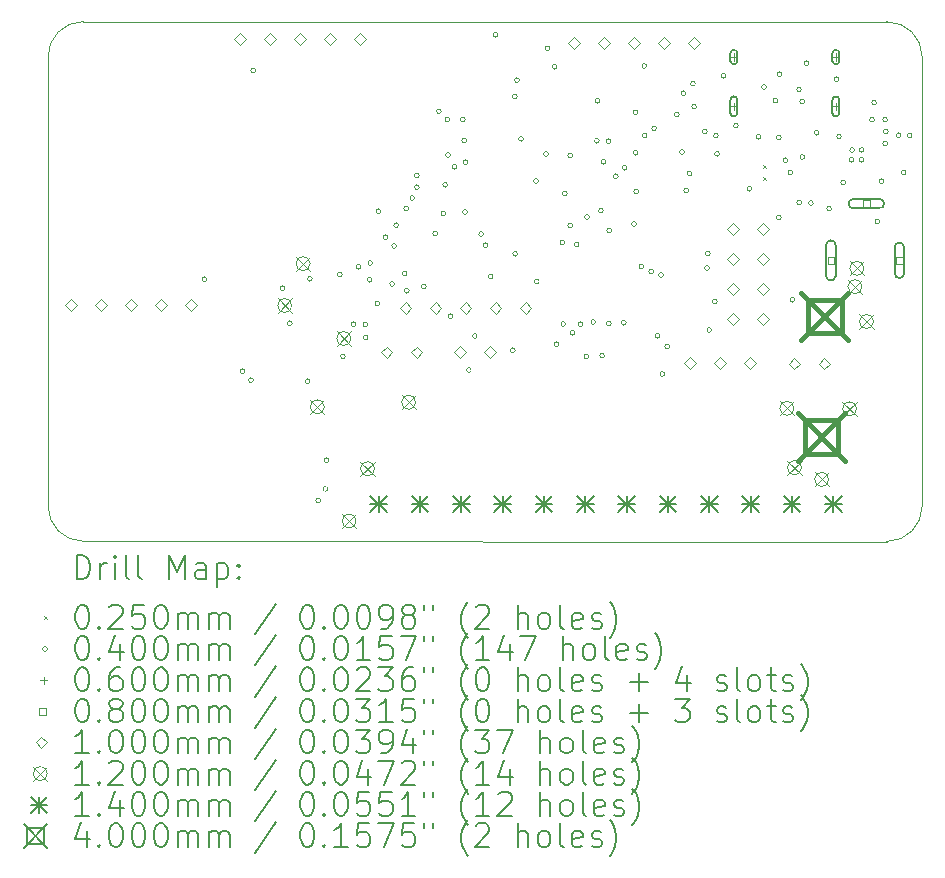
<source format=gbr>
%TF.GenerationSoftware,KiCad,Pcbnew,7.0.2-0*%
%TF.CreationDate,2023-12-31T00:12:23-06:00*%
%TF.ProjectId,spudglo_driver_v6p0,73707564-676c-46f5-9f64-72697665725f,rev?*%
%TF.SameCoordinates,Original*%
%TF.FileFunction,Drillmap*%
%TF.FilePolarity,Positive*%
%FSLAX45Y45*%
G04 Gerber Fmt 4.5, Leading zero omitted, Abs format (unit mm)*
G04 Created by KiCad (PCBNEW 7.0.2-0) date 2023-12-31 00:12:23*
%MOMM*%
%LPD*%
G01*
G04 APERTURE LIST*
%ADD10C,0.100000*%
%ADD11C,0.200000*%
%ADD12C,0.025000*%
%ADD13C,0.040000*%
%ADD14C,0.060000*%
%ADD15C,0.080000*%
%ADD16C,0.120000*%
%ADD17C,0.140000*%
%ADD18C,0.400000*%
G04 APERTURE END LIST*
D10*
X13958757Y-17796230D02*
G75*
G03*
X14257500Y-17495000I3J298750D01*
G01*
X14257500Y-17495000D02*
X14258728Y-13693743D01*
X14258720Y-13693743D02*
G75*
G03*
X13957500Y-13395000I-298750J3D01*
G01*
X6856620Y-17495376D02*
X6855880Y-13695349D01*
X13957500Y-13395000D02*
X7154624Y-13394120D01*
X6856620Y-17495376D02*
G75*
G03*
X7157849Y-17794119I298750J-4D01*
G01*
X7154624Y-13394120D02*
G75*
G03*
X6855880Y-13695349I0J-298754D01*
G01*
X13958757Y-17796229D02*
X7157849Y-17794120D01*
D11*
D12*
X12908500Y-14606500D02*
X12933500Y-14631500D01*
X12933500Y-14606500D02*
X12908500Y-14631500D01*
X12908500Y-14706500D02*
X12933500Y-14731500D01*
X12933500Y-14706500D02*
X12908500Y-14731500D01*
D13*
X8199880Y-15574880D02*
G75*
G03*
X8199880Y-15574880I-20000J0D01*
G01*
X8524073Y-16353533D02*
G75*
G03*
X8524073Y-16353533I-20000J0D01*
G01*
X8594749Y-16429950D02*
G75*
G03*
X8594749Y-16429950I-20000J0D01*
G01*
X8614000Y-13806279D02*
G75*
G03*
X8614000Y-13806279I-20000J0D01*
G01*
X8862000Y-15650000D02*
G75*
G03*
X8862000Y-15650000I-20000J0D01*
G01*
X8924000Y-15948000D02*
G75*
G03*
X8924000Y-15948000I-20000J0D01*
G01*
X9075730Y-16438730D02*
G75*
G03*
X9075730Y-16438730I-20000J0D01*
G01*
X9093668Y-15571516D02*
G75*
G03*
X9093668Y-15571516I-20000J0D01*
G01*
X9164000Y-17449800D02*
G75*
G03*
X9164000Y-17449800I-20000J0D01*
G01*
X9225000Y-17351000D02*
G75*
G03*
X9225000Y-17351000I-20000J0D01*
G01*
X9236000Y-17107000D02*
G75*
G03*
X9236000Y-17107000I-20000J0D01*
G01*
X9346050Y-15535550D02*
G75*
G03*
X9346050Y-15535550I-20000J0D01*
G01*
X9373951Y-16229049D02*
G75*
G03*
X9373951Y-16229049I-20000J0D01*
G01*
X9464000Y-15955000D02*
G75*
G03*
X9464000Y-15955000I-20000J0D01*
G01*
X9504196Y-15470814D02*
G75*
G03*
X9504196Y-15470814I-20000J0D01*
G01*
X9563896Y-15958302D02*
G75*
G03*
X9563896Y-15958302I-20000J0D01*
G01*
X9565950Y-16068000D02*
G75*
G03*
X9565950Y-16068000I-20000J0D01*
G01*
X9600000Y-15580000D02*
G75*
G03*
X9600000Y-15580000I-20000J0D01*
G01*
X9605000Y-15438000D02*
G75*
G03*
X9605000Y-15438000I-20000J0D01*
G01*
X9665666Y-15782186D02*
G75*
G03*
X9665666Y-15782186I-20000J0D01*
G01*
X9673494Y-14999876D02*
G75*
G03*
X9673494Y-14999876I-20000J0D01*
G01*
X9734009Y-15220634D02*
G75*
G03*
X9734009Y-15220634I-20000J0D01*
G01*
X9790450Y-15615074D02*
G75*
G03*
X9790450Y-15615074I-20000J0D01*
G01*
X9807470Y-15293084D02*
G75*
G03*
X9807470Y-15293084I-20000J0D01*
G01*
X9824550Y-15117450D02*
G75*
G03*
X9824550Y-15117450I-20000J0D01*
G01*
X9895550Y-15527299D02*
G75*
G03*
X9895550Y-15527299I-20000J0D01*
G01*
X9909725Y-14974726D02*
G75*
G03*
X9909725Y-14974726I-20000J0D01*
G01*
X9914650Y-15673143D02*
G75*
G03*
X9914650Y-15673143I-20000J0D01*
G01*
X9960336Y-14888283D02*
G75*
G03*
X9960336Y-14888283I-20000J0D01*
G01*
X9999550Y-14696397D02*
G75*
G03*
X9999550Y-14696397I-20000J0D01*
G01*
X9999550Y-14796347D02*
G75*
G03*
X9999550Y-14796347I-20000J0D01*
G01*
X10059239Y-15635879D02*
G75*
G03*
X10059239Y-15635879I-20000J0D01*
G01*
X10156000Y-15188000D02*
G75*
G03*
X10156000Y-15188000I-20000J0D01*
G01*
X10186000Y-14153000D02*
G75*
G03*
X10186000Y-14153000I-20000J0D01*
G01*
X10224000Y-15020000D02*
G75*
G03*
X10224000Y-15020000I-20000J0D01*
G01*
X10239000Y-14776000D02*
G75*
G03*
X10239000Y-14776000I-20000J0D01*
G01*
X10258450Y-14222958D02*
G75*
G03*
X10258450Y-14222958I-20000J0D01*
G01*
X10264000Y-14524000D02*
G75*
G03*
X10264000Y-14524000I-20000J0D01*
G01*
X10284993Y-15887961D02*
G75*
G03*
X10284993Y-15887961I-20000J0D01*
G01*
X10318370Y-14622258D02*
G75*
G03*
X10318370Y-14622258I-20000J0D01*
G01*
X10388000Y-14224000D02*
G75*
G03*
X10388000Y-14224000I-20000J0D01*
G01*
X10401000Y-14401000D02*
G75*
G03*
X10401000Y-14401000I-20000J0D01*
G01*
X10408000Y-15005000D02*
G75*
G03*
X10408000Y-15005000I-20000J0D01*
G01*
X10410500Y-14583500D02*
G75*
G03*
X10410500Y-14583500I-20000J0D01*
G01*
X10439500Y-16344500D02*
G75*
G03*
X10439500Y-16344500I-20000J0D01*
G01*
X10490185Y-16055185D02*
G75*
G03*
X10490185Y-16055185I-20000J0D01*
G01*
X10544085Y-15193117D02*
G75*
G03*
X10544085Y-15193117I-20000J0D01*
G01*
X10581000Y-15286000D02*
G75*
G03*
X10581000Y-15286000I-20000J0D01*
G01*
X10624000Y-15552000D02*
G75*
G03*
X10624000Y-15552000I-20000J0D01*
G01*
X10667000Y-13507000D02*
G75*
G03*
X10667000Y-13507000I-20000J0D01*
G01*
X10811950Y-16175931D02*
G75*
G03*
X10811950Y-16175931I-20000J0D01*
G01*
X10828000Y-14028000D02*
G75*
G03*
X10828000Y-14028000I-20000J0D01*
G01*
X10831450Y-15360001D02*
G75*
G03*
X10831450Y-15360001I-20000J0D01*
G01*
X10847000Y-13890000D02*
G75*
G03*
X10847000Y-13890000I-20000J0D01*
G01*
X10881551Y-14386550D02*
G75*
G03*
X10881551Y-14386550I-20000J0D01*
G01*
X11008560Y-14744660D02*
G75*
G03*
X11008560Y-14744660I-20000J0D01*
G01*
X11014000Y-15594000D02*
G75*
G03*
X11014000Y-15594000I-20000J0D01*
G01*
X11092500Y-14515500D02*
G75*
G03*
X11092500Y-14515500I-20000J0D01*
G01*
X11106000Y-13621000D02*
G75*
G03*
X11106000Y-13621000I-20000J0D01*
G01*
X11167000Y-13777000D02*
G75*
G03*
X11167000Y-13777000I-20000J0D01*
G01*
X11183000Y-16124450D02*
G75*
G03*
X11183000Y-16124450I-20000J0D01*
G01*
X11231689Y-15265689D02*
G75*
G03*
X11231689Y-15265689I-20000J0D01*
G01*
X11239000Y-15955000D02*
G75*
G03*
X11239000Y-15955000I-20000J0D01*
G01*
X11252450Y-14851000D02*
G75*
G03*
X11252450Y-14851000I-20000J0D01*
G01*
X11297450Y-15119757D02*
G75*
G03*
X11297450Y-15119757I-20000J0D01*
G01*
X11297600Y-14528800D02*
G75*
G03*
X11297600Y-14528800I-20000J0D01*
G01*
X11318000Y-16030000D02*
G75*
G03*
X11318000Y-16030000I-20000J0D01*
G01*
X11352063Y-15280779D02*
G75*
G03*
X11352063Y-15280779I-20000J0D01*
G01*
X11385119Y-15955938D02*
G75*
G03*
X11385119Y-15955938I-20000J0D01*
G01*
X11435000Y-16231000D02*
G75*
G03*
X11435000Y-16231000I-20000J0D01*
G01*
X11441338Y-15048572D02*
G75*
G03*
X11441338Y-15048572I-20000J0D01*
G01*
X11493000Y-15938000D02*
G75*
G03*
X11493000Y-15938000I-20000J0D01*
G01*
X11523450Y-14403401D02*
G75*
G03*
X11523450Y-14403401I-20000J0D01*
G01*
X11528550Y-14065703D02*
G75*
G03*
X11528550Y-14065703I-20000J0D01*
G01*
X11558275Y-14995275D02*
G75*
G03*
X11558275Y-14995275I-20000J0D01*
G01*
X11568000Y-16222000D02*
G75*
G03*
X11568000Y-16222000I-20000J0D01*
G01*
X11580000Y-14580000D02*
G75*
G03*
X11580000Y-14580000I-20000J0D01*
G01*
X11623324Y-14407306D02*
G75*
G03*
X11623324Y-14407306I-20000J0D01*
G01*
X11625000Y-15949000D02*
G75*
G03*
X11625000Y-15949000I-20000J0D01*
G01*
X11627800Y-15163800D02*
G75*
G03*
X11627800Y-15163800I-20000J0D01*
G01*
X11684000Y-14703450D02*
G75*
G03*
X11684000Y-14703450I-20000J0D01*
G01*
X11752000Y-15944000D02*
G75*
G03*
X11752000Y-15944000I-20000J0D01*
G01*
X11759668Y-14632782D02*
G75*
G03*
X11759668Y-14632782I-20000J0D01*
G01*
X11837000Y-15108000D02*
G75*
G03*
X11837000Y-15108000I-20000J0D01*
G01*
X11851000Y-14163000D02*
G75*
G03*
X11851000Y-14163000I-20000J0D01*
G01*
X11852884Y-14505384D02*
G75*
G03*
X11852884Y-14505384I-20000J0D01*
G01*
X11856815Y-14832450D02*
G75*
G03*
X11856815Y-14832450I-20000J0D01*
G01*
X11901000Y-15467000D02*
G75*
G03*
X11901000Y-15467000I-20000J0D01*
G01*
X11925000Y-13769450D02*
G75*
G03*
X11925000Y-13769450I-20000J0D01*
G01*
X11928381Y-14357550D02*
G75*
G03*
X11928381Y-14357550I-20000J0D01*
G01*
X11984000Y-15511000D02*
G75*
G03*
X11984000Y-15511000I-20000J0D01*
G01*
X12008375Y-14297625D02*
G75*
G03*
X12008375Y-14297625I-20000J0D01*
G01*
X12038000Y-16054000D02*
G75*
G03*
X12038000Y-16054000I-20000J0D01*
G01*
X12067000Y-15539000D02*
G75*
G03*
X12067000Y-15539000I-20000J0D01*
G01*
X12078000Y-16378000D02*
G75*
G03*
X12078000Y-16378000I-20000J0D01*
G01*
X12119000Y-16145000D02*
G75*
G03*
X12119000Y-16145000I-20000J0D01*
G01*
X12200000Y-14180000D02*
G75*
G03*
X12200000Y-14180000I-20000J0D01*
G01*
X12244729Y-14497147D02*
G75*
G03*
X12244729Y-14497147I-20000J0D01*
G01*
X12255942Y-14001067D02*
G75*
G03*
X12255942Y-14001067I-20000J0D01*
G01*
X12280500Y-14824500D02*
G75*
G03*
X12280500Y-14824500I-20000J0D01*
G01*
X12308050Y-14680209D02*
G75*
G03*
X12308050Y-14680209I-20000J0D01*
G01*
X12337392Y-13919948D02*
G75*
G03*
X12337392Y-13919948I-20000J0D01*
G01*
X12347000Y-14115000D02*
G75*
G03*
X12347000Y-14115000I-20000J0D01*
G01*
X12438000Y-14326259D02*
G75*
G03*
X12438000Y-14326259I-20000J0D01*
G01*
X12456500Y-15479500D02*
G75*
G03*
X12456500Y-15479500I-20000J0D01*
G01*
X12462651Y-15358750D02*
G75*
G03*
X12462651Y-15358750I-20000J0D01*
G01*
X12475000Y-16005000D02*
G75*
G03*
X12475000Y-16005000I-20000J0D01*
G01*
X12523000Y-15765000D02*
G75*
G03*
X12523000Y-15765000I-20000J0D01*
G01*
X12531768Y-14360867D02*
G75*
G03*
X12531768Y-14360867I-20000J0D01*
G01*
X12541500Y-14513500D02*
G75*
G03*
X12541500Y-14513500I-20000J0D01*
G01*
X12595197Y-13854329D02*
G75*
G03*
X12595197Y-13854329I-20000J0D01*
G01*
X12701000Y-14276000D02*
G75*
G03*
X12701000Y-14276000I-20000J0D01*
G01*
X12814364Y-14809798D02*
G75*
G03*
X12814364Y-14809798I-20000J0D01*
G01*
X12891187Y-14370376D02*
G75*
G03*
X12891187Y-14370376I-20000J0D01*
G01*
X12939000Y-13948450D02*
G75*
G03*
X12939000Y-13948450I-20000J0D01*
G01*
X13035874Y-14062940D02*
G75*
G03*
X13035874Y-14062940I-20000J0D01*
G01*
X13063000Y-15052450D02*
G75*
G03*
X13063000Y-15052450I-20000J0D01*
G01*
X13064799Y-14375950D02*
G75*
G03*
X13064799Y-14375950I-20000J0D01*
G01*
X13069789Y-13840270D02*
G75*
G03*
X13069789Y-13840270I-20000J0D01*
G01*
X13119315Y-14567595D02*
G75*
G03*
X13119315Y-14567595I-20000J0D01*
G01*
X13162201Y-14672759D02*
G75*
G03*
X13162201Y-14672759I-20000J0D01*
G01*
X13178000Y-15750000D02*
G75*
G03*
X13178000Y-15750000I-20000J0D01*
G01*
X13235000Y-13969000D02*
G75*
G03*
X13235000Y-13969000I-20000J0D01*
G01*
X13236000Y-14925000D02*
G75*
G03*
X13236000Y-14925000I-20000J0D01*
G01*
X13262550Y-14071054D02*
G75*
G03*
X13262550Y-14071054I-20000J0D01*
G01*
X13264355Y-14540550D02*
G75*
G03*
X13264355Y-14540550I-20000J0D01*
G01*
X13298000Y-13745150D02*
G75*
G03*
X13298000Y-13745150I-20000J0D01*
G01*
X13335767Y-14931046D02*
G75*
G03*
X13335767Y-14931046I-20000J0D01*
G01*
X13384884Y-14335950D02*
G75*
G03*
X13384884Y-14335950I-20000J0D01*
G01*
X13490376Y-14978723D02*
G75*
G03*
X13490376Y-14978723I-20000J0D01*
G01*
X13553000Y-13880800D02*
G75*
G03*
X13553000Y-13880800I-20000J0D01*
G01*
X13574050Y-14366950D02*
G75*
G03*
X13574050Y-14366950I-20000J0D01*
G01*
X13609589Y-14754950D02*
G75*
G03*
X13609589Y-14754950I-20000J0D01*
G01*
X13681000Y-14565000D02*
G75*
G03*
X13681000Y-14565000I-20000J0D01*
G01*
X13684990Y-14482010D02*
G75*
G03*
X13684990Y-14482010I-20000J0D01*
G01*
X13765000Y-14481000D02*
G75*
G03*
X13765000Y-14481000I-20000J0D01*
G01*
X13765000Y-14565000D02*
G75*
G03*
X13765000Y-14565000I-20000J0D01*
G01*
X13853153Y-14224900D02*
G75*
G03*
X13853153Y-14224900I-20000J0D01*
G01*
X13870520Y-14079950D02*
G75*
G03*
X13870520Y-14079950I-20000J0D01*
G01*
X13899471Y-15085950D02*
G75*
G03*
X13899471Y-15085950I-20000J0D01*
G01*
X13933055Y-14745155D02*
G75*
G03*
X13933055Y-14745155I-20000J0D01*
G01*
X13963630Y-14224542D02*
G75*
G03*
X13963630Y-14224542I-20000J0D01*
G01*
X13965000Y-14427000D02*
G75*
G03*
X13965000Y-14427000I-20000J0D01*
G01*
X13969281Y-14324333D02*
G75*
G03*
X13969281Y-14324333I-20000J0D01*
G01*
X14079000Y-14356000D02*
G75*
G03*
X14079000Y-14356000I-20000J0D01*
G01*
X14121000Y-14671000D02*
G75*
G03*
X14121000Y-14671000I-20000J0D01*
G01*
X14171000Y-14359000D02*
G75*
G03*
X14171000Y-14359000I-20000J0D01*
G01*
D14*
X12664000Y-13664000D02*
X12664000Y-13724000D01*
X12634000Y-13694000D02*
X12694000Y-13694000D01*
D11*
X12694000Y-13724000D02*
X12694000Y-13664000D01*
X12694000Y-13664000D02*
G75*
G03*
X12634000Y-13664000I-30000J0D01*
G01*
X12634000Y-13664000D02*
X12634000Y-13724000D01*
X12634000Y-13724000D02*
G75*
G03*
X12694000Y-13724000I30000J0D01*
G01*
D14*
X12664000Y-14082000D02*
X12664000Y-14142000D01*
X12634000Y-14112000D02*
X12694000Y-14112000D01*
D11*
X12694000Y-14167000D02*
X12694000Y-14057000D01*
X12694000Y-14057000D02*
G75*
G03*
X12634000Y-14057000I-30000J0D01*
G01*
X12634000Y-14057000D02*
X12634000Y-14167000D01*
X12634000Y-14167000D02*
G75*
G03*
X12694000Y-14167000I30000J0D01*
G01*
D14*
X13528000Y-13664000D02*
X13528000Y-13724000D01*
X13498000Y-13694000D02*
X13558000Y-13694000D01*
D11*
X13558000Y-13724000D02*
X13558000Y-13664000D01*
X13558000Y-13664000D02*
G75*
G03*
X13498000Y-13664000I-30000J0D01*
G01*
X13498000Y-13664000D02*
X13498000Y-13724000D01*
X13498000Y-13724000D02*
G75*
G03*
X13558000Y-13724000I30000J0D01*
G01*
D14*
X13528000Y-14082000D02*
X13528000Y-14142000D01*
X13498000Y-14112000D02*
X13558000Y-14112000D01*
D11*
X13558000Y-14167000D02*
X13558000Y-14057000D01*
X13558000Y-14057000D02*
G75*
G03*
X13498000Y-14057000I-30000J0D01*
G01*
X13498000Y-14057000D02*
X13498000Y-14167000D01*
X13498000Y-14167000D02*
G75*
G03*
X13558000Y-14167000I30000J0D01*
G01*
D15*
X13513284Y-15444284D02*
X13513284Y-15387715D01*
X13456715Y-15387715D01*
X13456715Y-15444284D01*
X13513284Y-15444284D01*
D11*
X13525000Y-15546000D02*
X13525000Y-15286000D01*
X13525000Y-15286000D02*
G75*
G03*
X13445000Y-15286000I-40000J0D01*
G01*
X13445000Y-15286000D02*
X13445000Y-15546000D01*
X13445000Y-15546000D02*
G75*
G03*
X13525000Y-15546000I40000J0D01*
G01*
D15*
X13813284Y-14964284D02*
X13813284Y-14907715D01*
X13756715Y-14907715D01*
X13756715Y-14964284D01*
X13813284Y-14964284D01*
D11*
X13895000Y-14896000D02*
X13675000Y-14896000D01*
X13675000Y-14896000D02*
G75*
G03*
X13675000Y-14976000I0J-40000D01*
G01*
X13675000Y-14976000D02*
X13895000Y-14976000D01*
X13895000Y-14976000D02*
G75*
G03*
X13895000Y-14896000I0J40000D01*
G01*
D15*
X14093284Y-15444284D02*
X14093284Y-15387715D01*
X14036715Y-15387715D01*
X14036715Y-15444284D01*
X14093284Y-15444284D01*
D11*
X14105000Y-15526000D02*
X14105000Y-15306000D01*
X14105000Y-15306000D02*
G75*
G03*
X14025000Y-15306000I-40000J0D01*
G01*
X14025000Y-15306000D02*
X14025000Y-15526000D01*
X14025000Y-15526000D02*
G75*
G03*
X14105000Y-15526000I40000J0D01*
G01*
D10*
X7049500Y-15841000D02*
X7099500Y-15791000D01*
X7049500Y-15741000D01*
X6999500Y-15791000D01*
X7049500Y-15841000D01*
X7303500Y-15841000D02*
X7353500Y-15791000D01*
X7303500Y-15741000D01*
X7253500Y-15791000D01*
X7303500Y-15841000D01*
X7557500Y-15841000D02*
X7607500Y-15791000D01*
X7557500Y-15741000D01*
X7507500Y-15791000D01*
X7557500Y-15841000D01*
X7811500Y-15841000D02*
X7861500Y-15791000D01*
X7811500Y-15741000D01*
X7761500Y-15791000D01*
X7811500Y-15841000D01*
X8065500Y-15841000D02*
X8115500Y-15791000D01*
X8065500Y-15741000D01*
X8015500Y-15791000D01*
X8065500Y-15841000D01*
X8480695Y-13591329D02*
X8530695Y-13541329D01*
X8480695Y-13491329D01*
X8430695Y-13541329D01*
X8480695Y-13591329D01*
X8734695Y-13591329D02*
X8784695Y-13541329D01*
X8734695Y-13491329D01*
X8684695Y-13541329D01*
X8734695Y-13591329D01*
X8988695Y-13591329D02*
X9038695Y-13541329D01*
X8988695Y-13491329D01*
X8938695Y-13541329D01*
X8988695Y-13591329D01*
X9242695Y-13591329D02*
X9292695Y-13541329D01*
X9242695Y-13491329D01*
X9192695Y-13541329D01*
X9242695Y-13591329D01*
X9496695Y-13591329D02*
X9546695Y-13541329D01*
X9496695Y-13491329D01*
X9446695Y-13541329D01*
X9496695Y-13591329D01*
X9723000Y-16245000D02*
X9773000Y-16195000D01*
X9723000Y-16145000D01*
X9673000Y-16195000D01*
X9723000Y-16245000D01*
X9883992Y-15868093D02*
X9933992Y-15818093D01*
X9883992Y-15768093D01*
X9833992Y-15818093D01*
X9883992Y-15868093D01*
X9977000Y-16245000D02*
X10027000Y-16195000D01*
X9977000Y-16145000D01*
X9927000Y-16195000D01*
X9977000Y-16245000D01*
X10137992Y-15868093D02*
X10187992Y-15818093D01*
X10137992Y-15768093D01*
X10087992Y-15818093D01*
X10137992Y-15868093D01*
X10348000Y-16242000D02*
X10398000Y-16192000D01*
X10348000Y-16142000D01*
X10298000Y-16192000D01*
X10348000Y-16242000D01*
X10391992Y-15868093D02*
X10441992Y-15818093D01*
X10391992Y-15768093D01*
X10341992Y-15818093D01*
X10391992Y-15868093D01*
X10602000Y-16242000D02*
X10652000Y-16192000D01*
X10602000Y-16142000D01*
X10552000Y-16192000D01*
X10602000Y-16242000D01*
X10645992Y-15868093D02*
X10695992Y-15818093D01*
X10645992Y-15768093D01*
X10595992Y-15818093D01*
X10645992Y-15868093D01*
X10899992Y-15868093D02*
X10949992Y-15818093D01*
X10899992Y-15768093D01*
X10849992Y-15818093D01*
X10899992Y-15868093D01*
X11307005Y-13621998D02*
X11357005Y-13571998D01*
X11307005Y-13521998D01*
X11257005Y-13571998D01*
X11307005Y-13621998D01*
X11561005Y-13621998D02*
X11611005Y-13571998D01*
X11561005Y-13521998D01*
X11511005Y-13571998D01*
X11561005Y-13621998D01*
X11815005Y-13621998D02*
X11865005Y-13571998D01*
X11815005Y-13521998D01*
X11765005Y-13571998D01*
X11815005Y-13621998D01*
X12069005Y-13621998D02*
X12119005Y-13571998D01*
X12069005Y-13521998D01*
X12019005Y-13571998D01*
X12069005Y-13621998D01*
X12289000Y-16338000D02*
X12339000Y-16288000D01*
X12289000Y-16238000D01*
X12239000Y-16288000D01*
X12289000Y-16338000D01*
X12323005Y-13621998D02*
X12373005Y-13571998D01*
X12323005Y-13521998D01*
X12273005Y-13571998D01*
X12323005Y-13621998D01*
X12543000Y-16338000D02*
X12593000Y-16288000D01*
X12543000Y-16238000D01*
X12493000Y-16288000D01*
X12543000Y-16338000D01*
X12655000Y-15201000D02*
X12705000Y-15151000D01*
X12655000Y-15101000D01*
X12605000Y-15151000D01*
X12655000Y-15201000D01*
X12655000Y-15455000D02*
X12705000Y-15405000D01*
X12655000Y-15355000D01*
X12605000Y-15405000D01*
X12655000Y-15455000D01*
X12655000Y-15709000D02*
X12705000Y-15659000D01*
X12655000Y-15609000D01*
X12605000Y-15659000D01*
X12655000Y-15709000D01*
X12655000Y-15963000D02*
X12705000Y-15913000D01*
X12655000Y-15863000D01*
X12605000Y-15913000D01*
X12655000Y-15963000D01*
X12797000Y-16338000D02*
X12847000Y-16288000D01*
X12797000Y-16238000D01*
X12747000Y-16288000D01*
X12797000Y-16338000D01*
X12909000Y-15201000D02*
X12959000Y-15151000D01*
X12909000Y-15101000D01*
X12859000Y-15151000D01*
X12909000Y-15201000D01*
X12909000Y-15455000D02*
X12959000Y-15405000D01*
X12909000Y-15355000D01*
X12859000Y-15405000D01*
X12909000Y-15455000D01*
X12909000Y-15709000D02*
X12959000Y-15659000D01*
X12909000Y-15609000D01*
X12859000Y-15659000D01*
X12909000Y-15709000D01*
X12909000Y-15963000D02*
X12959000Y-15913000D01*
X12909000Y-15863000D01*
X12859000Y-15913000D01*
X12909000Y-15963000D01*
X13177000Y-16339000D02*
X13227000Y-16289000D01*
X13177000Y-16239000D01*
X13127000Y-16289000D01*
X13177000Y-16339000D01*
X13431000Y-16339000D02*
X13481000Y-16289000D01*
X13431000Y-16239000D01*
X13381000Y-16289000D01*
X13431000Y-16339000D01*
D16*
X8801000Y-15738000D02*
X8921000Y-15858000D01*
X8921000Y-15738000D02*
X8801000Y-15858000D01*
X8921000Y-15798000D02*
G75*
G03*
X8921000Y-15798000I-60000J0D01*
G01*
X8956000Y-15384000D02*
X9076000Y-15504000D01*
X9076000Y-15384000D02*
X8956000Y-15504000D01*
X9076000Y-15444000D02*
G75*
G03*
X9076000Y-15444000I-60000J0D01*
G01*
X9076000Y-16596000D02*
X9196000Y-16716000D01*
X9196000Y-16596000D02*
X9076000Y-16716000D01*
X9196000Y-16656000D02*
G75*
G03*
X9196000Y-16656000I-60000J0D01*
G01*
X9301000Y-16017000D02*
X9421000Y-16137000D01*
X9421000Y-16017000D02*
X9301000Y-16137000D01*
X9421000Y-16077000D02*
G75*
G03*
X9421000Y-16077000I-60000J0D01*
G01*
X9346000Y-17562000D02*
X9466000Y-17682000D01*
X9466000Y-17562000D02*
X9346000Y-17682000D01*
X9466000Y-17622000D02*
G75*
G03*
X9466000Y-17622000I-60000J0D01*
G01*
X9502225Y-17119775D02*
X9622225Y-17239775D01*
X9622225Y-17119775D02*
X9502225Y-17239775D01*
X9622225Y-17179775D02*
G75*
G03*
X9622225Y-17179775I-60000J0D01*
G01*
X9850000Y-16557000D02*
X9970000Y-16677000D01*
X9970000Y-16557000D02*
X9850000Y-16677000D01*
X9970000Y-16617000D02*
G75*
G03*
X9970000Y-16617000I-60000J0D01*
G01*
X13052797Y-16608000D02*
X13172797Y-16728000D01*
X13172797Y-16608000D02*
X13052797Y-16728000D01*
X13172797Y-16668000D02*
G75*
G03*
X13172797Y-16668000I-60000J0D01*
G01*
X13116582Y-17111000D02*
X13236582Y-17231000D01*
X13236582Y-17111000D02*
X13116582Y-17231000D01*
X13236582Y-17171000D02*
G75*
G03*
X13236582Y-17171000I-60000J0D01*
G01*
X13347081Y-17210000D02*
X13467081Y-17330000D01*
X13467081Y-17210000D02*
X13347081Y-17330000D01*
X13467081Y-17270000D02*
G75*
G03*
X13467081Y-17270000I-60000J0D01*
G01*
X13583000Y-16613000D02*
X13703000Y-16733000D01*
X13703000Y-16613000D02*
X13583000Y-16733000D01*
X13703000Y-16673000D02*
G75*
G03*
X13703000Y-16673000I-60000J0D01*
G01*
X13628661Y-15578661D02*
X13748661Y-15698661D01*
X13748661Y-15578661D02*
X13628661Y-15698661D01*
X13748661Y-15638661D02*
G75*
G03*
X13748661Y-15638661I-60000J0D01*
G01*
X13645000Y-15423000D02*
X13765000Y-15543000D01*
X13765000Y-15423000D02*
X13645000Y-15543000D01*
X13765000Y-15483000D02*
G75*
G03*
X13765000Y-15483000I-60000J0D01*
G01*
X13726000Y-15874000D02*
X13846000Y-15994000D01*
X13846000Y-15874000D02*
X13726000Y-15994000D01*
X13846000Y-15934000D02*
G75*
G03*
X13846000Y-15934000I-60000J0D01*
G01*
D17*
X9586582Y-17406698D02*
X9726582Y-17546698D01*
X9726582Y-17406698D02*
X9586582Y-17546698D01*
X9656582Y-17406698D02*
X9656582Y-17546698D01*
X9586582Y-17476698D02*
X9726582Y-17476698D01*
X9936582Y-17406698D02*
X10076582Y-17546698D01*
X10076582Y-17406698D02*
X9936582Y-17546698D01*
X10006582Y-17406698D02*
X10006582Y-17546698D01*
X9936582Y-17476698D02*
X10076582Y-17476698D01*
X10286582Y-17406698D02*
X10426582Y-17546698D01*
X10426582Y-17406698D02*
X10286582Y-17546698D01*
X10356582Y-17406698D02*
X10356582Y-17546698D01*
X10286582Y-17476698D02*
X10426582Y-17476698D01*
X10636582Y-17406698D02*
X10776582Y-17546698D01*
X10776582Y-17406698D02*
X10636582Y-17546698D01*
X10706582Y-17406698D02*
X10706582Y-17546698D01*
X10636582Y-17476698D02*
X10776582Y-17476698D01*
X10986582Y-17406698D02*
X11126582Y-17546698D01*
X11126582Y-17406698D02*
X10986582Y-17546698D01*
X11056582Y-17406698D02*
X11056582Y-17546698D01*
X10986582Y-17476698D02*
X11126582Y-17476698D01*
X11336582Y-17406698D02*
X11476582Y-17546698D01*
X11476582Y-17406698D02*
X11336582Y-17546698D01*
X11406582Y-17406698D02*
X11406582Y-17546698D01*
X11336582Y-17476698D02*
X11476582Y-17476698D01*
X11686582Y-17406698D02*
X11826582Y-17546698D01*
X11826582Y-17406698D02*
X11686582Y-17546698D01*
X11756582Y-17406698D02*
X11756582Y-17546698D01*
X11686582Y-17476698D02*
X11826582Y-17476698D01*
X12036582Y-17406698D02*
X12176582Y-17546698D01*
X12176582Y-17406698D02*
X12036582Y-17546698D01*
X12106582Y-17406698D02*
X12106582Y-17546698D01*
X12036582Y-17476698D02*
X12176582Y-17476698D01*
X12386582Y-17406698D02*
X12526582Y-17546698D01*
X12526582Y-17406698D02*
X12386582Y-17546698D01*
X12456582Y-17406698D02*
X12456582Y-17546698D01*
X12386582Y-17476698D02*
X12526582Y-17476698D01*
X12736582Y-17406698D02*
X12876582Y-17546698D01*
X12876582Y-17406698D02*
X12736582Y-17546698D01*
X12806582Y-17406698D02*
X12806582Y-17546698D01*
X12736582Y-17476698D02*
X12876582Y-17476698D01*
X13086582Y-17406698D02*
X13226582Y-17546698D01*
X13226582Y-17406698D02*
X13086582Y-17546698D01*
X13156582Y-17406698D02*
X13156582Y-17546698D01*
X13086582Y-17476698D02*
X13226582Y-17476698D01*
X13436582Y-17406698D02*
X13576582Y-17546698D01*
X13576582Y-17406698D02*
X13436582Y-17546698D01*
X13506582Y-17406698D02*
X13506582Y-17546698D01*
X13436582Y-17476698D02*
X13576582Y-17476698D01*
D18*
X13207081Y-16710284D02*
X13607081Y-17110284D01*
X13607081Y-16710284D02*
X13207081Y-17110284D01*
X13548504Y-17051706D02*
X13548504Y-16768861D01*
X13265658Y-16768861D01*
X13265658Y-17051706D01*
X13548504Y-17051706D01*
X13234152Y-15693171D02*
X13634152Y-16093171D01*
X13634152Y-15693171D02*
X13234152Y-16093171D01*
X13575575Y-16034594D02*
X13575575Y-15751748D01*
X13292729Y-15751748D01*
X13292729Y-16034594D01*
X13575575Y-16034594D01*
D11*
X7098489Y-18113754D02*
X7098489Y-17913754D01*
X7098489Y-17913754D02*
X7146108Y-17913754D01*
X7146108Y-17913754D02*
X7174680Y-17923278D01*
X7174680Y-17923278D02*
X7193727Y-17942326D01*
X7193727Y-17942326D02*
X7203251Y-17961373D01*
X7203251Y-17961373D02*
X7212775Y-17999468D01*
X7212775Y-17999468D02*
X7212775Y-18028040D01*
X7212775Y-18028040D02*
X7203251Y-18066135D01*
X7203251Y-18066135D02*
X7193727Y-18085183D01*
X7193727Y-18085183D02*
X7174680Y-18104230D01*
X7174680Y-18104230D02*
X7146108Y-18113754D01*
X7146108Y-18113754D02*
X7098489Y-18113754D01*
X7298489Y-18113754D02*
X7298489Y-17980421D01*
X7298489Y-18018516D02*
X7308013Y-17999468D01*
X7308013Y-17999468D02*
X7317537Y-17989945D01*
X7317537Y-17989945D02*
X7336584Y-17980421D01*
X7336584Y-17980421D02*
X7355632Y-17980421D01*
X7422299Y-18113754D02*
X7422299Y-17980421D01*
X7422299Y-17913754D02*
X7412775Y-17923278D01*
X7412775Y-17923278D02*
X7422299Y-17932802D01*
X7422299Y-17932802D02*
X7431823Y-17923278D01*
X7431823Y-17923278D02*
X7422299Y-17913754D01*
X7422299Y-17913754D02*
X7422299Y-17932802D01*
X7546108Y-18113754D02*
X7527061Y-18104230D01*
X7527061Y-18104230D02*
X7517537Y-18085183D01*
X7517537Y-18085183D02*
X7517537Y-17913754D01*
X7650870Y-18113754D02*
X7631823Y-18104230D01*
X7631823Y-18104230D02*
X7622299Y-18085183D01*
X7622299Y-18085183D02*
X7622299Y-17913754D01*
X7879442Y-18113754D02*
X7879442Y-17913754D01*
X7879442Y-17913754D02*
X7946108Y-18056611D01*
X7946108Y-18056611D02*
X8012775Y-17913754D01*
X8012775Y-17913754D02*
X8012775Y-18113754D01*
X8193727Y-18113754D02*
X8193727Y-18008992D01*
X8193727Y-18008992D02*
X8184204Y-17989945D01*
X8184204Y-17989945D02*
X8165156Y-17980421D01*
X8165156Y-17980421D02*
X8127061Y-17980421D01*
X8127061Y-17980421D02*
X8108013Y-17989945D01*
X8193727Y-18104230D02*
X8174680Y-18113754D01*
X8174680Y-18113754D02*
X8127061Y-18113754D01*
X8127061Y-18113754D02*
X8108013Y-18104230D01*
X8108013Y-18104230D02*
X8098489Y-18085183D01*
X8098489Y-18085183D02*
X8098489Y-18066135D01*
X8098489Y-18066135D02*
X8108013Y-18047087D01*
X8108013Y-18047087D02*
X8127061Y-18037564D01*
X8127061Y-18037564D02*
X8174680Y-18037564D01*
X8174680Y-18037564D02*
X8193727Y-18028040D01*
X8288965Y-17980421D02*
X8288965Y-18180421D01*
X8288965Y-17989945D02*
X8308013Y-17980421D01*
X8308013Y-17980421D02*
X8346108Y-17980421D01*
X8346108Y-17980421D02*
X8365156Y-17989945D01*
X8365156Y-17989945D02*
X8374680Y-17999468D01*
X8374680Y-17999468D02*
X8384204Y-18018516D01*
X8384204Y-18018516D02*
X8384204Y-18075659D01*
X8384204Y-18075659D02*
X8374680Y-18094706D01*
X8374680Y-18094706D02*
X8365156Y-18104230D01*
X8365156Y-18104230D02*
X8346108Y-18113754D01*
X8346108Y-18113754D02*
X8308013Y-18113754D01*
X8308013Y-18113754D02*
X8288965Y-18104230D01*
X8469918Y-18094706D02*
X8479442Y-18104230D01*
X8479442Y-18104230D02*
X8469918Y-18113754D01*
X8469918Y-18113754D02*
X8460394Y-18104230D01*
X8460394Y-18104230D02*
X8469918Y-18094706D01*
X8469918Y-18094706D02*
X8469918Y-18113754D01*
X8469918Y-17989945D02*
X8479442Y-17999468D01*
X8479442Y-17999468D02*
X8469918Y-18008992D01*
X8469918Y-18008992D02*
X8460394Y-17999468D01*
X8460394Y-17999468D02*
X8469918Y-17989945D01*
X8469918Y-17989945D02*
X8469918Y-18008992D01*
D12*
X6825870Y-18428730D02*
X6850870Y-18453730D01*
X6850870Y-18428730D02*
X6825870Y-18453730D01*
D11*
X7136584Y-18333754D02*
X7155632Y-18333754D01*
X7155632Y-18333754D02*
X7174680Y-18343278D01*
X7174680Y-18343278D02*
X7184204Y-18352802D01*
X7184204Y-18352802D02*
X7193727Y-18371849D01*
X7193727Y-18371849D02*
X7203251Y-18409945D01*
X7203251Y-18409945D02*
X7203251Y-18457564D01*
X7203251Y-18457564D02*
X7193727Y-18495659D01*
X7193727Y-18495659D02*
X7184204Y-18514706D01*
X7184204Y-18514706D02*
X7174680Y-18524230D01*
X7174680Y-18524230D02*
X7155632Y-18533754D01*
X7155632Y-18533754D02*
X7136584Y-18533754D01*
X7136584Y-18533754D02*
X7117537Y-18524230D01*
X7117537Y-18524230D02*
X7108013Y-18514706D01*
X7108013Y-18514706D02*
X7098489Y-18495659D01*
X7098489Y-18495659D02*
X7088965Y-18457564D01*
X7088965Y-18457564D02*
X7088965Y-18409945D01*
X7088965Y-18409945D02*
X7098489Y-18371849D01*
X7098489Y-18371849D02*
X7108013Y-18352802D01*
X7108013Y-18352802D02*
X7117537Y-18343278D01*
X7117537Y-18343278D02*
X7136584Y-18333754D01*
X7288965Y-18514706D02*
X7298489Y-18524230D01*
X7298489Y-18524230D02*
X7288965Y-18533754D01*
X7288965Y-18533754D02*
X7279442Y-18524230D01*
X7279442Y-18524230D02*
X7288965Y-18514706D01*
X7288965Y-18514706D02*
X7288965Y-18533754D01*
X7374680Y-18352802D02*
X7384204Y-18343278D01*
X7384204Y-18343278D02*
X7403251Y-18333754D01*
X7403251Y-18333754D02*
X7450870Y-18333754D01*
X7450870Y-18333754D02*
X7469918Y-18343278D01*
X7469918Y-18343278D02*
X7479442Y-18352802D01*
X7479442Y-18352802D02*
X7488965Y-18371849D01*
X7488965Y-18371849D02*
X7488965Y-18390897D01*
X7488965Y-18390897D02*
X7479442Y-18419468D01*
X7479442Y-18419468D02*
X7365156Y-18533754D01*
X7365156Y-18533754D02*
X7488965Y-18533754D01*
X7669918Y-18333754D02*
X7574680Y-18333754D01*
X7574680Y-18333754D02*
X7565156Y-18428992D01*
X7565156Y-18428992D02*
X7574680Y-18419468D01*
X7574680Y-18419468D02*
X7593727Y-18409945D01*
X7593727Y-18409945D02*
X7641346Y-18409945D01*
X7641346Y-18409945D02*
X7660394Y-18419468D01*
X7660394Y-18419468D02*
X7669918Y-18428992D01*
X7669918Y-18428992D02*
X7679442Y-18448040D01*
X7679442Y-18448040D02*
X7679442Y-18495659D01*
X7679442Y-18495659D02*
X7669918Y-18514706D01*
X7669918Y-18514706D02*
X7660394Y-18524230D01*
X7660394Y-18524230D02*
X7641346Y-18533754D01*
X7641346Y-18533754D02*
X7593727Y-18533754D01*
X7593727Y-18533754D02*
X7574680Y-18524230D01*
X7574680Y-18524230D02*
X7565156Y-18514706D01*
X7803251Y-18333754D02*
X7822299Y-18333754D01*
X7822299Y-18333754D02*
X7841346Y-18343278D01*
X7841346Y-18343278D02*
X7850870Y-18352802D01*
X7850870Y-18352802D02*
X7860394Y-18371849D01*
X7860394Y-18371849D02*
X7869918Y-18409945D01*
X7869918Y-18409945D02*
X7869918Y-18457564D01*
X7869918Y-18457564D02*
X7860394Y-18495659D01*
X7860394Y-18495659D02*
X7850870Y-18514706D01*
X7850870Y-18514706D02*
X7841346Y-18524230D01*
X7841346Y-18524230D02*
X7822299Y-18533754D01*
X7822299Y-18533754D02*
X7803251Y-18533754D01*
X7803251Y-18533754D02*
X7784204Y-18524230D01*
X7784204Y-18524230D02*
X7774680Y-18514706D01*
X7774680Y-18514706D02*
X7765156Y-18495659D01*
X7765156Y-18495659D02*
X7755632Y-18457564D01*
X7755632Y-18457564D02*
X7755632Y-18409945D01*
X7755632Y-18409945D02*
X7765156Y-18371849D01*
X7765156Y-18371849D02*
X7774680Y-18352802D01*
X7774680Y-18352802D02*
X7784204Y-18343278D01*
X7784204Y-18343278D02*
X7803251Y-18333754D01*
X7955632Y-18533754D02*
X7955632Y-18400421D01*
X7955632Y-18419468D02*
X7965156Y-18409945D01*
X7965156Y-18409945D02*
X7984204Y-18400421D01*
X7984204Y-18400421D02*
X8012775Y-18400421D01*
X8012775Y-18400421D02*
X8031823Y-18409945D01*
X8031823Y-18409945D02*
X8041346Y-18428992D01*
X8041346Y-18428992D02*
X8041346Y-18533754D01*
X8041346Y-18428992D02*
X8050870Y-18409945D01*
X8050870Y-18409945D02*
X8069918Y-18400421D01*
X8069918Y-18400421D02*
X8098489Y-18400421D01*
X8098489Y-18400421D02*
X8117537Y-18409945D01*
X8117537Y-18409945D02*
X8127061Y-18428992D01*
X8127061Y-18428992D02*
X8127061Y-18533754D01*
X8222299Y-18533754D02*
X8222299Y-18400421D01*
X8222299Y-18419468D02*
X8231823Y-18409945D01*
X8231823Y-18409945D02*
X8250870Y-18400421D01*
X8250870Y-18400421D02*
X8279442Y-18400421D01*
X8279442Y-18400421D02*
X8298489Y-18409945D01*
X8298489Y-18409945D02*
X8308013Y-18428992D01*
X8308013Y-18428992D02*
X8308013Y-18533754D01*
X8308013Y-18428992D02*
X8317537Y-18409945D01*
X8317537Y-18409945D02*
X8336585Y-18400421D01*
X8336585Y-18400421D02*
X8365156Y-18400421D01*
X8365156Y-18400421D02*
X8384204Y-18409945D01*
X8384204Y-18409945D02*
X8393728Y-18428992D01*
X8393728Y-18428992D02*
X8393728Y-18533754D01*
X8784204Y-18324230D02*
X8612775Y-18581373D01*
X9041347Y-18333754D02*
X9060394Y-18333754D01*
X9060394Y-18333754D02*
X9079442Y-18343278D01*
X9079442Y-18343278D02*
X9088966Y-18352802D01*
X9088966Y-18352802D02*
X9098490Y-18371849D01*
X9098490Y-18371849D02*
X9108013Y-18409945D01*
X9108013Y-18409945D02*
X9108013Y-18457564D01*
X9108013Y-18457564D02*
X9098490Y-18495659D01*
X9098490Y-18495659D02*
X9088966Y-18514706D01*
X9088966Y-18514706D02*
X9079442Y-18524230D01*
X9079442Y-18524230D02*
X9060394Y-18533754D01*
X9060394Y-18533754D02*
X9041347Y-18533754D01*
X9041347Y-18533754D02*
X9022299Y-18524230D01*
X9022299Y-18524230D02*
X9012775Y-18514706D01*
X9012775Y-18514706D02*
X9003251Y-18495659D01*
X9003251Y-18495659D02*
X8993728Y-18457564D01*
X8993728Y-18457564D02*
X8993728Y-18409945D01*
X8993728Y-18409945D02*
X9003251Y-18371849D01*
X9003251Y-18371849D02*
X9012775Y-18352802D01*
X9012775Y-18352802D02*
X9022299Y-18343278D01*
X9022299Y-18343278D02*
X9041347Y-18333754D01*
X9193728Y-18514706D02*
X9203251Y-18524230D01*
X9203251Y-18524230D02*
X9193728Y-18533754D01*
X9193728Y-18533754D02*
X9184204Y-18524230D01*
X9184204Y-18524230D02*
X9193728Y-18514706D01*
X9193728Y-18514706D02*
X9193728Y-18533754D01*
X9327061Y-18333754D02*
X9346109Y-18333754D01*
X9346109Y-18333754D02*
X9365156Y-18343278D01*
X9365156Y-18343278D02*
X9374680Y-18352802D01*
X9374680Y-18352802D02*
X9384204Y-18371849D01*
X9384204Y-18371849D02*
X9393728Y-18409945D01*
X9393728Y-18409945D02*
X9393728Y-18457564D01*
X9393728Y-18457564D02*
X9384204Y-18495659D01*
X9384204Y-18495659D02*
X9374680Y-18514706D01*
X9374680Y-18514706D02*
X9365156Y-18524230D01*
X9365156Y-18524230D02*
X9346109Y-18533754D01*
X9346109Y-18533754D02*
X9327061Y-18533754D01*
X9327061Y-18533754D02*
X9308013Y-18524230D01*
X9308013Y-18524230D02*
X9298490Y-18514706D01*
X9298490Y-18514706D02*
X9288966Y-18495659D01*
X9288966Y-18495659D02*
X9279442Y-18457564D01*
X9279442Y-18457564D02*
X9279442Y-18409945D01*
X9279442Y-18409945D02*
X9288966Y-18371849D01*
X9288966Y-18371849D02*
X9298490Y-18352802D01*
X9298490Y-18352802D02*
X9308013Y-18343278D01*
X9308013Y-18343278D02*
X9327061Y-18333754D01*
X9517537Y-18333754D02*
X9536585Y-18333754D01*
X9536585Y-18333754D02*
X9555632Y-18343278D01*
X9555632Y-18343278D02*
X9565156Y-18352802D01*
X9565156Y-18352802D02*
X9574680Y-18371849D01*
X9574680Y-18371849D02*
X9584204Y-18409945D01*
X9584204Y-18409945D02*
X9584204Y-18457564D01*
X9584204Y-18457564D02*
X9574680Y-18495659D01*
X9574680Y-18495659D02*
X9565156Y-18514706D01*
X9565156Y-18514706D02*
X9555632Y-18524230D01*
X9555632Y-18524230D02*
X9536585Y-18533754D01*
X9536585Y-18533754D02*
X9517537Y-18533754D01*
X9517537Y-18533754D02*
X9498490Y-18524230D01*
X9498490Y-18524230D02*
X9488966Y-18514706D01*
X9488966Y-18514706D02*
X9479442Y-18495659D01*
X9479442Y-18495659D02*
X9469918Y-18457564D01*
X9469918Y-18457564D02*
X9469918Y-18409945D01*
X9469918Y-18409945D02*
X9479442Y-18371849D01*
X9479442Y-18371849D02*
X9488966Y-18352802D01*
X9488966Y-18352802D02*
X9498490Y-18343278D01*
X9498490Y-18343278D02*
X9517537Y-18333754D01*
X9679442Y-18533754D02*
X9717537Y-18533754D01*
X9717537Y-18533754D02*
X9736585Y-18524230D01*
X9736585Y-18524230D02*
X9746109Y-18514706D01*
X9746109Y-18514706D02*
X9765156Y-18486135D01*
X9765156Y-18486135D02*
X9774680Y-18448040D01*
X9774680Y-18448040D02*
X9774680Y-18371849D01*
X9774680Y-18371849D02*
X9765156Y-18352802D01*
X9765156Y-18352802D02*
X9755632Y-18343278D01*
X9755632Y-18343278D02*
X9736585Y-18333754D01*
X9736585Y-18333754D02*
X9698490Y-18333754D01*
X9698490Y-18333754D02*
X9679442Y-18343278D01*
X9679442Y-18343278D02*
X9669918Y-18352802D01*
X9669918Y-18352802D02*
X9660394Y-18371849D01*
X9660394Y-18371849D02*
X9660394Y-18419468D01*
X9660394Y-18419468D02*
X9669918Y-18438516D01*
X9669918Y-18438516D02*
X9679442Y-18448040D01*
X9679442Y-18448040D02*
X9698490Y-18457564D01*
X9698490Y-18457564D02*
X9736585Y-18457564D01*
X9736585Y-18457564D02*
X9755632Y-18448040D01*
X9755632Y-18448040D02*
X9765156Y-18438516D01*
X9765156Y-18438516D02*
X9774680Y-18419468D01*
X9888966Y-18419468D02*
X9869918Y-18409945D01*
X9869918Y-18409945D02*
X9860394Y-18400421D01*
X9860394Y-18400421D02*
X9850871Y-18381373D01*
X9850871Y-18381373D02*
X9850871Y-18371849D01*
X9850871Y-18371849D02*
X9860394Y-18352802D01*
X9860394Y-18352802D02*
X9869918Y-18343278D01*
X9869918Y-18343278D02*
X9888966Y-18333754D01*
X9888966Y-18333754D02*
X9927061Y-18333754D01*
X9927061Y-18333754D02*
X9946109Y-18343278D01*
X9946109Y-18343278D02*
X9955632Y-18352802D01*
X9955632Y-18352802D02*
X9965156Y-18371849D01*
X9965156Y-18371849D02*
X9965156Y-18381373D01*
X9965156Y-18381373D02*
X9955632Y-18400421D01*
X9955632Y-18400421D02*
X9946109Y-18409945D01*
X9946109Y-18409945D02*
X9927061Y-18419468D01*
X9927061Y-18419468D02*
X9888966Y-18419468D01*
X9888966Y-18419468D02*
X9869918Y-18428992D01*
X9869918Y-18428992D02*
X9860394Y-18438516D01*
X9860394Y-18438516D02*
X9850871Y-18457564D01*
X9850871Y-18457564D02*
X9850871Y-18495659D01*
X9850871Y-18495659D02*
X9860394Y-18514706D01*
X9860394Y-18514706D02*
X9869918Y-18524230D01*
X9869918Y-18524230D02*
X9888966Y-18533754D01*
X9888966Y-18533754D02*
X9927061Y-18533754D01*
X9927061Y-18533754D02*
X9946109Y-18524230D01*
X9946109Y-18524230D02*
X9955632Y-18514706D01*
X9955632Y-18514706D02*
X9965156Y-18495659D01*
X9965156Y-18495659D02*
X9965156Y-18457564D01*
X9965156Y-18457564D02*
X9955632Y-18438516D01*
X9955632Y-18438516D02*
X9946109Y-18428992D01*
X9946109Y-18428992D02*
X9927061Y-18419468D01*
X10041347Y-18333754D02*
X10041347Y-18371849D01*
X10117537Y-18333754D02*
X10117537Y-18371849D01*
X10412775Y-18609945D02*
X10403252Y-18600421D01*
X10403252Y-18600421D02*
X10384204Y-18571849D01*
X10384204Y-18571849D02*
X10374680Y-18552802D01*
X10374680Y-18552802D02*
X10365156Y-18524230D01*
X10365156Y-18524230D02*
X10355633Y-18476611D01*
X10355633Y-18476611D02*
X10355633Y-18438516D01*
X10355633Y-18438516D02*
X10365156Y-18390897D01*
X10365156Y-18390897D02*
X10374680Y-18362326D01*
X10374680Y-18362326D02*
X10384204Y-18343278D01*
X10384204Y-18343278D02*
X10403252Y-18314706D01*
X10403252Y-18314706D02*
X10412775Y-18305183D01*
X10479442Y-18352802D02*
X10488966Y-18343278D01*
X10488966Y-18343278D02*
X10508013Y-18333754D01*
X10508013Y-18333754D02*
X10555633Y-18333754D01*
X10555633Y-18333754D02*
X10574680Y-18343278D01*
X10574680Y-18343278D02*
X10584204Y-18352802D01*
X10584204Y-18352802D02*
X10593728Y-18371849D01*
X10593728Y-18371849D02*
X10593728Y-18390897D01*
X10593728Y-18390897D02*
X10584204Y-18419468D01*
X10584204Y-18419468D02*
X10469918Y-18533754D01*
X10469918Y-18533754D02*
X10593728Y-18533754D01*
X10831823Y-18533754D02*
X10831823Y-18333754D01*
X10917537Y-18533754D02*
X10917537Y-18428992D01*
X10917537Y-18428992D02*
X10908014Y-18409945D01*
X10908014Y-18409945D02*
X10888966Y-18400421D01*
X10888966Y-18400421D02*
X10860394Y-18400421D01*
X10860394Y-18400421D02*
X10841347Y-18409945D01*
X10841347Y-18409945D02*
X10831823Y-18419468D01*
X11041347Y-18533754D02*
X11022299Y-18524230D01*
X11022299Y-18524230D02*
X11012775Y-18514706D01*
X11012775Y-18514706D02*
X11003252Y-18495659D01*
X11003252Y-18495659D02*
X11003252Y-18438516D01*
X11003252Y-18438516D02*
X11012775Y-18419468D01*
X11012775Y-18419468D02*
X11022299Y-18409945D01*
X11022299Y-18409945D02*
X11041347Y-18400421D01*
X11041347Y-18400421D02*
X11069918Y-18400421D01*
X11069918Y-18400421D02*
X11088966Y-18409945D01*
X11088966Y-18409945D02*
X11098490Y-18419468D01*
X11098490Y-18419468D02*
X11108014Y-18438516D01*
X11108014Y-18438516D02*
X11108014Y-18495659D01*
X11108014Y-18495659D02*
X11098490Y-18514706D01*
X11098490Y-18514706D02*
X11088966Y-18524230D01*
X11088966Y-18524230D02*
X11069918Y-18533754D01*
X11069918Y-18533754D02*
X11041347Y-18533754D01*
X11222299Y-18533754D02*
X11203252Y-18524230D01*
X11203252Y-18524230D02*
X11193728Y-18505183D01*
X11193728Y-18505183D02*
X11193728Y-18333754D01*
X11374680Y-18524230D02*
X11355633Y-18533754D01*
X11355633Y-18533754D02*
X11317537Y-18533754D01*
X11317537Y-18533754D02*
X11298490Y-18524230D01*
X11298490Y-18524230D02*
X11288966Y-18505183D01*
X11288966Y-18505183D02*
X11288966Y-18428992D01*
X11288966Y-18428992D02*
X11298490Y-18409945D01*
X11298490Y-18409945D02*
X11317537Y-18400421D01*
X11317537Y-18400421D02*
X11355633Y-18400421D01*
X11355633Y-18400421D02*
X11374680Y-18409945D01*
X11374680Y-18409945D02*
X11384204Y-18428992D01*
X11384204Y-18428992D02*
X11384204Y-18448040D01*
X11384204Y-18448040D02*
X11288966Y-18467087D01*
X11460394Y-18524230D02*
X11479442Y-18533754D01*
X11479442Y-18533754D02*
X11517537Y-18533754D01*
X11517537Y-18533754D02*
X11536585Y-18524230D01*
X11536585Y-18524230D02*
X11546109Y-18505183D01*
X11546109Y-18505183D02*
X11546109Y-18495659D01*
X11546109Y-18495659D02*
X11536585Y-18476611D01*
X11536585Y-18476611D02*
X11517537Y-18467087D01*
X11517537Y-18467087D02*
X11488966Y-18467087D01*
X11488966Y-18467087D02*
X11469918Y-18457564D01*
X11469918Y-18457564D02*
X11460394Y-18438516D01*
X11460394Y-18438516D02*
X11460394Y-18428992D01*
X11460394Y-18428992D02*
X11469918Y-18409945D01*
X11469918Y-18409945D02*
X11488966Y-18400421D01*
X11488966Y-18400421D02*
X11517537Y-18400421D01*
X11517537Y-18400421D02*
X11536585Y-18409945D01*
X11612775Y-18609945D02*
X11622299Y-18600421D01*
X11622299Y-18600421D02*
X11641347Y-18571849D01*
X11641347Y-18571849D02*
X11650871Y-18552802D01*
X11650871Y-18552802D02*
X11660394Y-18524230D01*
X11660394Y-18524230D02*
X11669918Y-18476611D01*
X11669918Y-18476611D02*
X11669918Y-18438516D01*
X11669918Y-18438516D02*
X11660394Y-18390897D01*
X11660394Y-18390897D02*
X11650871Y-18362326D01*
X11650871Y-18362326D02*
X11641347Y-18343278D01*
X11641347Y-18343278D02*
X11622299Y-18314706D01*
X11622299Y-18314706D02*
X11612775Y-18305183D01*
D13*
X6850870Y-18705230D02*
G75*
G03*
X6850870Y-18705230I-20000J0D01*
G01*
D11*
X7136584Y-18597754D02*
X7155632Y-18597754D01*
X7155632Y-18597754D02*
X7174680Y-18607278D01*
X7174680Y-18607278D02*
X7184204Y-18616802D01*
X7184204Y-18616802D02*
X7193727Y-18635849D01*
X7193727Y-18635849D02*
X7203251Y-18673945D01*
X7203251Y-18673945D02*
X7203251Y-18721564D01*
X7203251Y-18721564D02*
X7193727Y-18759659D01*
X7193727Y-18759659D02*
X7184204Y-18778706D01*
X7184204Y-18778706D02*
X7174680Y-18788230D01*
X7174680Y-18788230D02*
X7155632Y-18797754D01*
X7155632Y-18797754D02*
X7136584Y-18797754D01*
X7136584Y-18797754D02*
X7117537Y-18788230D01*
X7117537Y-18788230D02*
X7108013Y-18778706D01*
X7108013Y-18778706D02*
X7098489Y-18759659D01*
X7098489Y-18759659D02*
X7088965Y-18721564D01*
X7088965Y-18721564D02*
X7088965Y-18673945D01*
X7088965Y-18673945D02*
X7098489Y-18635849D01*
X7098489Y-18635849D02*
X7108013Y-18616802D01*
X7108013Y-18616802D02*
X7117537Y-18607278D01*
X7117537Y-18607278D02*
X7136584Y-18597754D01*
X7288965Y-18778706D02*
X7298489Y-18788230D01*
X7298489Y-18788230D02*
X7288965Y-18797754D01*
X7288965Y-18797754D02*
X7279442Y-18788230D01*
X7279442Y-18788230D02*
X7288965Y-18778706D01*
X7288965Y-18778706D02*
X7288965Y-18797754D01*
X7469918Y-18664421D02*
X7469918Y-18797754D01*
X7422299Y-18588230D02*
X7374680Y-18731087D01*
X7374680Y-18731087D02*
X7498489Y-18731087D01*
X7612775Y-18597754D02*
X7631823Y-18597754D01*
X7631823Y-18597754D02*
X7650870Y-18607278D01*
X7650870Y-18607278D02*
X7660394Y-18616802D01*
X7660394Y-18616802D02*
X7669918Y-18635849D01*
X7669918Y-18635849D02*
X7679442Y-18673945D01*
X7679442Y-18673945D02*
X7679442Y-18721564D01*
X7679442Y-18721564D02*
X7669918Y-18759659D01*
X7669918Y-18759659D02*
X7660394Y-18778706D01*
X7660394Y-18778706D02*
X7650870Y-18788230D01*
X7650870Y-18788230D02*
X7631823Y-18797754D01*
X7631823Y-18797754D02*
X7612775Y-18797754D01*
X7612775Y-18797754D02*
X7593727Y-18788230D01*
X7593727Y-18788230D02*
X7584204Y-18778706D01*
X7584204Y-18778706D02*
X7574680Y-18759659D01*
X7574680Y-18759659D02*
X7565156Y-18721564D01*
X7565156Y-18721564D02*
X7565156Y-18673945D01*
X7565156Y-18673945D02*
X7574680Y-18635849D01*
X7574680Y-18635849D02*
X7584204Y-18616802D01*
X7584204Y-18616802D02*
X7593727Y-18607278D01*
X7593727Y-18607278D02*
X7612775Y-18597754D01*
X7803251Y-18597754D02*
X7822299Y-18597754D01*
X7822299Y-18597754D02*
X7841346Y-18607278D01*
X7841346Y-18607278D02*
X7850870Y-18616802D01*
X7850870Y-18616802D02*
X7860394Y-18635849D01*
X7860394Y-18635849D02*
X7869918Y-18673945D01*
X7869918Y-18673945D02*
X7869918Y-18721564D01*
X7869918Y-18721564D02*
X7860394Y-18759659D01*
X7860394Y-18759659D02*
X7850870Y-18778706D01*
X7850870Y-18778706D02*
X7841346Y-18788230D01*
X7841346Y-18788230D02*
X7822299Y-18797754D01*
X7822299Y-18797754D02*
X7803251Y-18797754D01*
X7803251Y-18797754D02*
X7784204Y-18788230D01*
X7784204Y-18788230D02*
X7774680Y-18778706D01*
X7774680Y-18778706D02*
X7765156Y-18759659D01*
X7765156Y-18759659D02*
X7755632Y-18721564D01*
X7755632Y-18721564D02*
X7755632Y-18673945D01*
X7755632Y-18673945D02*
X7765156Y-18635849D01*
X7765156Y-18635849D02*
X7774680Y-18616802D01*
X7774680Y-18616802D02*
X7784204Y-18607278D01*
X7784204Y-18607278D02*
X7803251Y-18597754D01*
X7955632Y-18797754D02*
X7955632Y-18664421D01*
X7955632Y-18683468D02*
X7965156Y-18673945D01*
X7965156Y-18673945D02*
X7984204Y-18664421D01*
X7984204Y-18664421D02*
X8012775Y-18664421D01*
X8012775Y-18664421D02*
X8031823Y-18673945D01*
X8031823Y-18673945D02*
X8041346Y-18692992D01*
X8041346Y-18692992D02*
X8041346Y-18797754D01*
X8041346Y-18692992D02*
X8050870Y-18673945D01*
X8050870Y-18673945D02*
X8069918Y-18664421D01*
X8069918Y-18664421D02*
X8098489Y-18664421D01*
X8098489Y-18664421D02*
X8117537Y-18673945D01*
X8117537Y-18673945D02*
X8127061Y-18692992D01*
X8127061Y-18692992D02*
X8127061Y-18797754D01*
X8222299Y-18797754D02*
X8222299Y-18664421D01*
X8222299Y-18683468D02*
X8231823Y-18673945D01*
X8231823Y-18673945D02*
X8250870Y-18664421D01*
X8250870Y-18664421D02*
X8279442Y-18664421D01*
X8279442Y-18664421D02*
X8298489Y-18673945D01*
X8298489Y-18673945D02*
X8308013Y-18692992D01*
X8308013Y-18692992D02*
X8308013Y-18797754D01*
X8308013Y-18692992D02*
X8317537Y-18673945D01*
X8317537Y-18673945D02*
X8336585Y-18664421D01*
X8336585Y-18664421D02*
X8365156Y-18664421D01*
X8365156Y-18664421D02*
X8384204Y-18673945D01*
X8384204Y-18673945D02*
X8393728Y-18692992D01*
X8393728Y-18692992D02*
X8393728Y-18797754D01*
X8784204Y-18588230D02*
X8612775Y-18845373D01*
X9041347Y-18597754D02*
X9060394Y-18597754D01*
X9060394Y-18597754D02*
X9079442Y-18607278D01*
X9079442Y-18607278D02*
X9088966Y-18616802D01*
X9088966Y-18616802D02*
X9098490Y-18635849D01*
X9098490Y-18635849D02*
X9108013Y-18673945D01*
X9108013Y-18673945D02*
X9108013Y-18721564D01*
X9108013Y-18721564D02*
X9098490Y-18759659D01*
X9098490Y-18759659D02*
X9088966Y-18778706D01*
X9088966Y-18778706D02*
X9079442Y-18788230D01*
X9079442Y-18788230D02*
X9060394Y-18797754D01*
X9060394Y-18797754D02*
X9041347Y-18797754D01*
X9041347Y-18797754D02*
X9022299Y-18788230D01*
X9022299Y-18788230D02*
X9012775Y-18778706D01*
X9012775Y-18778706D02*
X9003251Y-18759659D01*
X9003251Y-18759659D02*
X8993728Y-18721564D01*
X8993728Y-18721564D02*
X8993728Y-18673945D01*
X8993728Y-18673945D02*
X9003251Y-18635849D01*
X9003251Y-18635849D02*
X9012775Y-18616802D01*
X9012775Y-18616802D02*
X9022299Y-18607278D01*
X9022299Y-18607278D02*
X9041347Y-18597754D01*
X9193728Y-18778706D02*
X9203251Y-18788230D01*
X9203251Y-18788230D02*
X9193728Y-18797754D01*
X9193728Y-18797754D02*
X9184204Y-18788230D01*
X9184204Y-18788230D02*
X9193728Y-18778706D01*
X9193728Y-18778706D02*
X9193728Y-18797754D01*
X9327061Y-18597754D02*
X9346109Y-18597754D01*
X9346109Y-18597754D02*
X9365156Y-18607278D01*
X9365156Y-18607278D02*
X9374680Y-18616802D01*
X9374680Y-18616802D02*
X9384204Y-18635849D01*
X9384204Y-18635849D02*
X9393728Y-18673945D01*
X9393728Y-18673945D02*
X9393728Y-18721564D01*
X9393728Y-18721564D02*
X9384204Y-18759659D01*
X9384204Y-18759659D02*
X9374680Y-18778706D01*
X9374680Y-18778706D02*
X9365156Y-18788230D01*
X9365156Y-18788230D02*
X9346109Y-18797754D01*
X9346109Y-18797754D02*
X9327061Y-18797754D01*
X9327061Y-18797754D02*
X9308013Y-18788230D01*
X9308013Y-18788230D02*
X9298490Y-18778706D01*
X9298490Y-18778706D02*
X9288966Y-18759659D01*
X9288966Y-18759659D02*
X9279442Y-18721564D01*
X9279442Y-18721564D02*
X9279442Y-18673945D01*
X9279442Y-18673945D02*
X9288966Y-18635849D01*
X9288966Y-18635849D02*
X9298490Y-18616802D01*
X9298490Y-18616802D02*
X9308013Y-18607278D01*
X9308013Y-18607278D02*
X9327061Y-18597754D01*
X9584204Y-18797754D02*
X9469918Y-18797754D01*
X9527061Y-18797754D02*
X9527061Y-18597754D01*
X9527061Y-18597754D02*
X9508013Y-18626326D01*
X9508013Y-18626326D02*
X9488966Y-18645373D01*
X9488966Y-18645373D02*
X9469918Y-18654897D01*
X9765156Y-18597754D02*
X9669918Y-18597754D01*
X9669918Y-18597754D02*
X9660394Y-18692992D01*
X9660394Y-18692992D02*
X9669918Y-18683468D01*
X9669918Y-18683468D02*
X9688966Y-18673945D01*
X9688966Y-18673945D02*
X9736585Y-18673945D01*
X9736585Y-18673945D02*
X9755632Y-18683468D01*
X9755632Y-18683468D02*
X9765156Y-18692992D01*
X9765156Y-18692992D02*
X9774680Y-18712040D01*
X9774680Y-18712040D02*
X9774680Y-18759659D01*
X9774680Y-18759659D02*
X9765156Y-18778706D01*
X9765156Y-18778706D02*
X9755632Y-18788230D01*
X9755632Y-18788230D02*
X9736585Y-18797754D01*
X9736585Y-18797754D02*
X9688966Y-18797754D01*
X9688966Y-18797754D02*
X9669918Y-18788230D01*
X9669918Y-18788230D02*
X9660394Y-18778706D01*
X9841347Y-18597754D02*
X9974680Y-18597754D01*
X9974680Y-18597754D02*
X9888966Y-18797754D01*
X10041347Y-18597754D02*
X10041347Y-18635849D01*
X10117537Y-18597754D02*
X10117537Y-18635849D01*
X10412775Y-18873945D02*
X10403252Y-18864421D01*
X10403252Y-18864421D02*
X10384204Y-18835849D01*
X10384204Y-18835849D02*
X10374680Y-18816802D01*
X10374680Y-18816802D02*
X10365156Y-18788230D01*
X10365156Y-18788230D02*
X10355633Y-18740611D01*
X10355633Y-18740611D02*
X10355633Y-18702516D01*
X10355633Y-18702516D02*
X10365156Y-18654897D01*
X10365156Y-18654897D02*
X10374680Y-18626326D01*
X10374680Y-18626326D02*
X10384204Y-18607278D01*
X10384204Y-18607278D02*
X10403252Y-18578706D01*
X10403252Y-18578706D02*
X10412775Y-18569183D01*
X10593728Y-18797754D02*
X10479442Y-18797754D01*
X10536585Y-18797754D02*
X10536585Y-18597754D01*
X10536585Y-18597754D02*
X10517537Y-18626326D01*
X10517537Y-18626326D02*
X10498490Y-18645373D01*
X10498490Y-18645373D02*
X10479442Y-18654897D01*
X10765156Y-18664421D02*
X10765156Y-18797754D01*
X10717537Y-18588230D02*
X10669918Y-18731087D01*
X10669918Y-18731087D02*
X10793728Y-18731087D01*
X10850871Y-18597754D02*
X10984204Y-18597754D01*
X10984204Y-18597754D02*
X10898490Y-18797754D01*
X11212775Y-18797754D02*
X11212775Y-18597754D01*
X11298490Y-18797754D02*
X11298490Y-18692992D01*
X11298490Y-18692992D02*
X11288966Y-18673945D01*
X11288966Y-18673945D02*
X11269918Y-18664421D01*
X11269918Y-18664421D02*
X11241347Y-18664421D01*
X11241347Y-18664421D02*
X11222299Y-18673945D01*
X11222299Y-18673945D02*
X11212775Y-18683468D01*
X11422299Y-18797754D02*
X11403252Y-18788230D01*
X11403252Y-18788230D02*
X11393728Y-18778706D01*
X11393728Y-18778706D02*
X11384204Y-18759659D01*
X11384204Y-18759659D02*
X11384204Y-18702516D01*
X11384204Y-18702516D02*
X11393728Y-18683468D01*
X11393728Y-18683468D02*
X11403252Y-18673945D01*
X11403252Y-18673945D02*
X11422299Y-18664421D01*
X11422299Y-18664421D02*
X11450871Y-18664421D01*
X11450871Y-18664421D02*
X11469918Y-18673945D01*
X11469918Y-18673945D02*
X11479442Y-18683468D01*
X11479442Y-18683468D02*
X11488966Y-18702516D01*
X11488966Y-18702516D02*
X11488966Y-18759659D01*
X11488966Y-18759659D02*
X11479442Y-18778706D01*
X11479442Y-18778706D02*
X11469918Y-18788230D01*
X11469918Y-18788230D02*
X11450871Y-18797754D01*
X11450871Y-18797754D02*
X11422299Y-18797754D01*
X11603252Y-18797754D02*
X11584204Y-18788230D01*
X11584204Y-18788230D02*
X11574680Y-18769183D01*
X11574680Y-18769183D02*
X11574680Y-18597754D01*
X11755633Y-18788230D02*
X11736585Y-18797754D01*
X11736585Y-18797754D02*
X11698490Y-18797754D01*
X11698490Y-18797754D02*
X11679442Y-18788230D01*
X11679442Y-18788230D02*
X11669918Y-18769183D01*
X11669918Y-18769183D02*
X11669918Y-18692992D01*
X11669918Y-18692992D02*
X11679442Y-18673945D01*
X11679442Y-18673945D02*
X11698490Y-18664421D01*
X11698490Y-18664421D02*
X11736585Y-18664421D01*
X11736585Y-18664421D02*
X11755633Y-18673945D01*
X11755633Y-18673945D02*
X11765156Y-18692992D01*
X11765156Y-18692992D02*
X11765156Y-18712040D01*
X11765156Y-18712040D02*
X11669918Y-18731087D01*
X11841347Y-18788230D02*
X11860394Y-18797754D01*
X11860394Y-18797754D02*
X11898490Y-18797754D01*
X11898490Y-18797754D02*
X11917537Y-18788230D01*
X11917537Y-18788230D02*
X11927061Y-18769183D01*
X11927061Y-18769183D02*
X11927061Y-18759659D01*
X11927061Y-18759659D02*
X11917537Y-18740611D01*
X11917537Y-18740611D02*
X11898490Y-18731087D01*
X11898490Y-18731087D02*
X11869918Y-18731087D01*
X11869918Y-18731087D02*
X11850871Y-18721564D01*
X11850871Y-18721564D02*
X11841347Y-18702516D01*
X11841347Y-18702516D02*
X11841347Y-18692992D01*
X11841347Y-18692992D02*
X11850871Y-18673945D01*
X11850871Y-18673945D02*
X11869918Y-18664421D01*
X11869918Y-18664421D02*
X11898490Y-18664421D01*
X11898490Y-18664421D02*
X11917537Y-18673945D01*
X11993728Y-18873945D02*
X12003252Y-18864421D01*
X12003252Y-18864421D02*
X12022299Y-18835849D01*
X12022299Y-18835849D02*
X12031823Y-18816802D01*
X12031823Y-18816802D02*
X12041347Y-18788230D01*
X12041347Y-18788230D02*
X12050871Y-18740611D01*
X12050871Y-18740611D02*
X12050871Y-18702516D01*
X12050871Y-18702516D02*
X12041347Y-18654897D01*
X12041347Y-18654897D02*
X12031823Y-18626326D01*
X12031823Y-18626326D02*
X12022299Y-18607278D01*
X12022299Y-18607278D02*
X12003252Y-18578706D01*
X12003252Y-18578706D02*
X11993728Y-18569183D01*
D14*
X6820870Y-18939230D02*
X6820870Y-18999230D01*
X6790870Y-18969230D02*
X6850870Y-18969230D01*
D11*
X7136584Y-18861754D02*
X7155632Y-18861754D01*
X7155632Y-18861754D02*
X7174680Y-18871278D01*
X7174680Y-18871278D02*
X7184204Y-18880802D01*
X7184204Y-18880802D02*
X7193727Y-18899849D01*
X7193727Y-18899849D02*
X7203251Y-18937945D01*
X7203251Y-18937945D02*
X7203251Y-18985564D01*
X7203251Y-18985564D02*
X7193727Y-19023659D01*
X7193727Y-19023659D02*
X7184204Y-19042706D01*
X7184204Y-19042706D02*
X7174680Y-19052230D01*
X7174680Y-19052230D02*
X7155632Y-19061754D01*
X7155632Y-19061754D02*
X7136584Y-19061754D01*
X7136584Y-19061754D02*
X7117537Y-19052230D01*
X7117537Y-19052230D02*
X7108013Y-19042706D01*
X7108013Y-19042706D02*
X7098489Y-19023659D01*
X7098489Y-19023659D02*
X7088965Y-18985564D01*
X7088965Y-18985564D02*
X7088965Y-18937945D01*
X7088965Y-18937945D02*
X7098489Y-18899849D01*
X7098489Y-18899849D02*
X7108013Y-18880802D01*
X7108013Y-18880802D02*
X7117537Y-18871278D01*
X7117537Y-18871278D02*
X7136584Y-18861754D01*
X7288965Y-19042706D02*
X7298489Y-19052230D01*
X7298489Y-19052230D02*
X7288965Y-19061754D01*
X7288965Y-19061754D02*
X7279442Y-19052230D01*
X7279442Y-19052230D02*
X7288965Y-19042706D01*
X7288965Y-19042706D02*
X7288965Y-19061754D01*
X7469918Y-18861754D02*
X7431823Y-18861754D01*
X7431823Y-18861754D02*
X7412775Y-18871278D01*
X7412775Y-18871278D02*
X7403251Y-18880802D01*
X7403251Y-18880802D02*
X7384204Y-18909373D01*
X7384204Y-18909373D02*
X7374680Y-18947468D01*
X7374680Y-18947468D02*
X7374680Y-19023659D01*
X7374680Y-19023659D02*
X7384204Y-19042706D01*
X7384204Y-19042706D02*
X7393727Y-19052230D01*
X7393727Y-19052230D02*
X7412775Y-19061754D01*
X7412775Y-19061754D02*
X7450870Y-19061754D01*
X7450870Y-19061754D02*
X7469918Y-19052230D01*
X7469918Y-19052230D02*
X7479442Y-19042706D01*
X7479442Y-19042706D02*
X7488965Y-19023659D01*
X7488965Y-19023659D02*
X7488965Y-18976040D01*
X7488965Y-18976040D02*
X7479442Y-18956992D01*
X7479442Y-18956992D02*
X7469918Y-18947468D01*
X7469918Y-18947468D02*
X7450870Y-18937945D01*
X7450870Y-18937945D02*
X7412775Y-18937945D01*
X7412775Y-18937945D02*
X7393727Y-18947468D01*
X7393727Y-18947468D02*
X7384204Y-18956992D01*
X7384204Y-18956992D02*
X7374680Y-18976040D01*
X7612775Y-18861754D02*
X7631823Y-18861754D01*
X7631823Y-18861754D02*
X7650870Y-18871278D01*
X7650870Y-18871278D02*
X7660394Y-18880802D01*
X7660394Y-18880802D02*
X7669918Y-18899849D01*
X7669918Y-18899849D02*
X7679442Y-18937945D01*
X7679442Y-18937945D02*
X7679442Y-18985564D01*
X7679442Y-18985564D02*
X7669918Y-19023659D01*
X7669918Y-19023659D02*
X7660394Y-19042706D01*
X7660394Y-19042706D02*
X7650870Y-19052230D01*
X7650870Y-19052230D02*
X7631823Y-19061754D01*
X7631823Y-19061754D02*
X7612775Y-19061754D01*
X7612775Y-19061754D02*
X7593727Y-19052230D01*
X7593727Y-19052230D02*
X7584204Y-19042706D01*
X7584204Y-19042706D02*
X7574680Y-19023659D01*
X7574680Y-19023659D02*
X7565156Y-18985564D01*
X7565156Y-18985564D02*
X7565156Y-18937945D01*
X7565156Y-18937945D02*
X7574680Y-18899849D01*
X7574680Y-18899849D02*
X7584204Y-18880802D01*
X7584204Y-18880802D02*
X7593727Y-18871278D01*
X7593727Y-18871278D02*
X7612775Y-18861754D01*
X7803251Y-18861754D02*
X7822299Y-18861754D01*
X7822299Y-18861754D02*
X7841346Y-18871278D01*
X7841346Y-18871278D02*
X7850870Y-18880802D01*
X7850870Y-18880802D02*
X7860394Y-18899849D01*
X7860394Y-18899849D02*
X7869918Y-18937945D01*
X7869918Y-18937945D02*
X7869918Y-18985564D01*
X7869918Y-18985564D02*
X7860394Y-19023659D01*
X7860394Y-19023659D02*
X7850870Y-19042706D01*
X7850870Y-19042706D02*
X7841346Y-19052230D01*
X7841346Y-19052230D02*
X7822299Y-19061754D01*
X7822299Y-19061754D02*
X7803251Y-19061754D01*
X7803251Y-19061754D02*
X7784204Y-19052230D01*
X7784204Y-19052230D02*
X7774680Y-19042706D01*
X7774680Y-19042706D02*
X7765156Y-19023659D01*
X7765156Y-19023659D02*
X7755632Y-18985564D01*
X7755632Y-18985564D02*
X7755632Y-18937945D01*
X7755632Y-18937945D02*
X7765156Y-18899849D01*
X7765156Y-18899849D02*
X7774680Y-18880802D01*
X7774680Y-18880802D02*
X7784204Y-18871278D01*
X7784204Y-18871278D02*
X7803251Y-18861754D01*
X7955632Y-19061754D02*
X7955632Y-18928421D01*
X7955632Y-18947468D02*
X7965156Y-18937945D01*
X7965156Y-18937945D02*
X7984204Y-18928421D01*
X7984204Y-18928421D02*
X8012775Y-18928421D01*
X8012775Y-18928421D02*
X8031823Y-18937945D01*
X8031823Y-18937945D02*
X8041346Y-18956992D01*
X8041346Y-18956992D02*
X8041346Y-19061754D01*
X8041346Y-18956992D02*
X8050870Y-18937945D01*
X8050870Y-18937945D02*
X8069918Y-18928421D01*
X8069918Y-18928421D02*
X8098489Y-18928421D01*
X8098489Y-18928421D02*
X8117537Y-18937945D01*
X8117537Y-18937945D02*
X8127061Y-18956992D01*
X8127061Y-18956992D02*
X8127061Y-19061754D01*
X8222299Y-19061754D02*
X8222299Y-18928421D01*
X8222299Y-18947468D02*
X8231823Y-18937945D01*
X8231823Y-18937945D02*
X8250870Y-18928421D01*
X8250870Y-18928421D02*
X8279442Y-18928421D01*
X8279442Y-18928421D02*
X8298489Y-18937945D01*
X8298489Y-18937945D02*
X8308013Y-18956992D01*
X8308013Y-18956992D02*
X8308013Y-19061754D01*
X8308013Y-18956992D02*
X8317537Y-18937945D01*
X8317537Y-18937945D02*
X8336585Y-18928421D01*
X8336585Y-18928421D02*
X8365156Y-18928421D01*
X8365156Y-18928421D02*
X8384204Y-18937945D01*
X8384204Y-18937945D02*
X8393728Y-18956992D01*
X8393728Y-18956992D02*
X8393728Y-19061754D01*
X8784204Y-18852230D02*
X8612775Y-19109373D01*
X9041347Y-18861754D02*
X9060394Y-18861754D01*
X9060394Y-18861754D02*
X9079442Y-18871278D01*
X9079442Y-18871278D02*
X9088966Y-18880802D01*
X9088966Y-18880802D02*
X9098490Y-18899849D01*
X9098490Y-18899849D02*
X9108013Y-18937945D01*
X9108013Y-18937945D02*
X9108013Y-18985564D01*
X9108013Y-18985564D02*
X9098490Y-19023659D01*
X9098490Y-19023659D02*
X9088966Y-19042706D01*
X9088966Y-19042706D02*
X9079442Y-19052230D01*
X9079442Y-19052230D02*
X9060394Y-19061754D01*
X9060394Y-19061754D02*
X9041347Y-19061754D01*
X9041347Y-19061754D02*
X9022299Y-19052230D01*
X9022299Y-19052230D02*
X9012775Y-19042706D01*
X9012775Y-19042706D02*
X9003251Y-19023659D01*
X9003251Y-19023659D02*
X8993728Y-18985564D01*
X8993728Y-18985564D02*
X8993728Y-18937945D01*
X8993728Y-18937945D02*
X9003251Y-18899849D01*
X9003251Y-18899849D02*
X9012775Y-18880802D01*
X9012775Y-18880802D02*
X9022299Y-18871278D01*
X9022299Y-18871278D02*
X9041347Y-18861754D01*
X9193728Y-19042706D02*
X9203251Y-19052230D01*
X9203251Y-19052230D02*
X9193728Y-19061754D01*
X9193728Y-19061754D02*
X9184204Y-19052230D01*
X9184204Y-19052230D02*
X9193728Y-19042706D01*
X9193728Y-19042706D02*
X9193728Y-19061754D01*
X9327061Y-18861754D02*
X9346109Y-18861754D01*
X9346109Y-18861754D02*
X9365156Y-18871278D01*
X9365156Y-18871278D02*
X9374680Y-18880802D01*
X9374680Y-18880802D02*
X9384204Y-18899849D01*
X9384204Y-18899849D02*
X9393728Y-18937945D01*
X9393728Y-18937945D02*
X9393728Y-18985564D01*
X9393728Y-18985564D02*
X9384204Y-19023659D01*
X9384204Y-19023659D02*
X9374680Y-19042706D01*
X9374680Y-19042706D02*
X9365156Y-19052230D01*
X9365156Y-19052230D02*
X9346109Y-19061754D01*
X9346109Y-19061754D02*
X9327061Y-19061754D01*
X9327061Y-19061754D02*
X9308013Y-19052230D01*
X9308013Y-19052230D02*
X9298490Y-19042706D01*
X9298490Y-19042706D02*
X9288966Y-19023659D01*
X9288966Y-19023659D02*
X9279442Y-18985564D01*
X9279442Y-18985564D02*
X9279442Y-18937945D01*
X9279442Y-18937945D02*
X9288966Y-18899849D01*
X9288966Y-18899849D02*
X9298490Y-18880802D01*
X9298490Y-18880802D02*
X9308013Y-18871278D01*
X9308013Y-18871278D02*
X9327061Y-18861754D01*
X9469918Y-18880802D02*
X9479442Y-18871278D01*
X9479442Y-18871278D02*
X9498490Y-18861754D01*
X9498490Y-18861754D02*
X9546109Y-18861754D01*
X9546109Y-18861754D02*
X9565156Y-18871278D01*
X9565156Y-18871278D02*
X9574680Y-18880802D01*
X9574680Y-18880802D02*
X9584204Y-18899849D01*
X9584204Y-18899849D02*
X9584204Y-18918897D01*
X9584204Y-18918897D02*
X9574680Y-18947468D01*
X9574680Y-18947468D02*
X9460394Y-19061754D01*
X9460394Y-19061754D02*
X9584204Y-19061754D01*
X9650871Y-18861754D02*
X9774680Y-18861754D01*
X9774680Y-18861754D02*
X9708013Y-18937945D01*
X9708013Y-18937945D02*
X9736585Y-18937945D01*
X9736585Y-18937945D02*
X9755632Y-18947468D01*
X9755632Y-18947468D02*
X9765156Y-18956992D01*
X9765156Y-18956992D02*
X9774680Y-18976040D01*
X9774680Y-18976040D02*
X9774680Y-19023659D01*
X9774680Y-19023659D02*
X9765156Y-19042706D01*
X9765156Y-19042706D02*
X9755632Y-19052230D01*
X9755632Y-19052230D02*
X9736585Y-19061754D01*
X9736585Y-19061754D02*
X9679442Y-19061754D01*
X9679442Y-19061754D02*
X9660394Y-19052230D01*
X9660394Y-19052230D02*
X9650871Y-19042706D01*
X9946109Y-18861754D02*
X9908013Y-18861754D01*
X9908013Y-18861754D02*
X9888966Y-18871278D01*
X9888966Y-18871278D02*
X9879442Y-18880802D01*
X9879442Y-18880802D02*
X9860394Y-18909373D01*
X9860394Y-18909373D02*
X9850871Y-18947468D01*
X9850871Y-18947468D02*
X9850871Y-19023659D01*
X9850871Y-19023659D02*
X9860394Y-19042706D01*
X9860394Y-19042706D02*
X9869918Y-19052230D01*
X9869918Y-19052230D02*
X9888966Y-19061754D01*
X9888966Y-19061754D02*
X9927061Y-19061754D01*
X9927061Y-19061754D02*
X9946109Y-19052230D01*
X9946109Y-19052230D02*
X9955632Y-19042706D01*
X9955632Y-19042706D02*
X9965156Y-19023659D01*
X9965156Y-19023659D02*
X9965156Y-18976040D01*
X9965156Y-18976040D02*
X9955632Y-18956992D01*
X9955632Y-18956992D02*
X9946109Y-18947468D01*
X9946109Y-18947468D02*
X9927061Y-18937945D01*
X9927061Y-18937945D02*
X9888966Y-18937945D01*
X9888966Y-18937945D02*
X9869918Y-18947468D01*
X9869918Y-18947468D02*
X9860394Y-18956992D01*
X9860394Y-18956992D02*
X9850871Y-18976040D01*
X10041347Y-18861754D02*
X10041347Y-18899849D01*
X10117537Y-18861754D02*
X10117537Y-18899849D01*
X10412775Y-19137945D02*
X10403252Y-19128421D01*
X10403252Y-19128421D02*
X10384204Y-19099849D01*
X10384204Y-19099849D02*
X10374680Y-19080802D01*
X10374680Y-19080802D02*
X10365156Y-19052230D01*
X10365156Y-19052230D02*
X10355633Y-19004611D01*
X10355633Y-19004611D02*
X10355633Y-18966516D01*
X10355633Y-18966516D02*
X10365156Y-18918897D01*
X10365156Y-18918897D02*
X10374680Y-18890326D01*
X10374680Y-18890326D02*
X10384204Y-18871278D01*
X10384204Y-18871278D02*
X10403252Y-18842706D01*
X10403252Y-18842706D02*
X10412775Y-18833183D01*
X10527061Y-18861754D02*
X10546109Y-18861754D01*
X10546109Y-18861754D02*
X10565156Y-18871278D01*
X10565156Y-18871278D02*
X10574680Y-18880802D01*
X10574680Y-18880802D02*
X10584204Y-18899849D01*
X10584204Y-18899849D02*
X10593728Y-18937945D01*
X10593728Y-18937945D02*
X10593728Y-18985564D01*
X10593728Y-18985564D02*
X10584204Y-19023659D01*
X10584204Y-19023659D02*
X10574680Y-19042706D01*
X10574680Y-19042706D02*
X10565156Y-19052230D01*
X10565156Y-19052230D02*
X10546109Y-19061754D01*
X10546109Y-19061754D02*
X10527061Y-19061754D01*
X10527061Y-19061754D02*
X10508013Y-19052230D01*
X10508013Y-19052230D02*
X10498490Y-19042706D01*
X10498490Y-19042706D02*
X10488966Y-19023659D01*
X10488966Y-19023659D02*
X10479442Y-18985564D01*
X10479442Y-18985564D02*
X10479442Y-18937945D01*
X10479442Y-18937945D02*
X10488966Y-18899849D01*
X10488966Y-18899849D02*
X10498490Y-18880802D01*
X10498490Y-18880802D02*
X10508013Y-18871278D01*
X10508013Y-18871278D02*
X10527061Y-18861754D01*
X10831823Y-19061754D02*
X10831823Y-18861754D01*
X10917537Y-19061754D02*
X10917537Y-18956992D01*
X10917537Y-18956992D02*
X10908014Y-18937945D01*
X10908014Y-18937945D02*
X10888966Y-18928421D01*
X10888966Y-18928421D02*
X10860394Y-18928421D01*
X10860394Y-18928421D02*
X10841347Y-18937945D01*
X10841347Y-18937945D02*
X10831823Y-18947468D01*
X11041347Y-19061754D02*
X11022299Y-19052230D01*
X11022299Y-19052230D02*
X11012775Y-19042706D01*
X11012775Y-19042706D02*
X11003252Y-19023659D01*
X11003252Y-19023659D02*
X11003252Y-18966516D01*
X11003252Y-18966516D02*
X11012775Y-18947468D01*
X11012775Y-18947468D02*
X11022299Y-18937945D01*
X11022299Y-18937945D02*
X11041347Y-18928421D01*
X11041347Y-18928421D02*
X11069918Y-18928421D01*
X11069918Y-18928421D02*
X11088966Y-18937945D01*
X11088966Y-18937945D02*
X11098490Y-18947468D01*
X11098490Y-18947468D02*
X11108014Y-18966516D01*
X11108014Y-18966516D02*
X11108014Y-19023659D01*
X11108014Y-19023659D02*
X11098490Y-19042706D01*
X11098490Y-19042706D02*
X11088966Y-19052230D01*
X11088966Y-19052230D02*
X11069918Y-19061754D01*
X11069918Y-19061754D02*
X11041347Y-19061754D01*
X11222299Y-19061754D02*
X11203252Y-19052230D01*
X11203252Y-19052230D02*
X11193728Y-19033183D01*
X11193728Y-19033183D02*
X11193728Y-18861754D01*
X11374680Y-19052230D02*
X11355633Y-19061754D01*
X11355633Y-19061754D02*
X11317537Y-19061754D01*
X11317537Y-19061754D02*
X11298490Y-19052230D01*
X11298490Y-19052230D02*
X11288966Y-19033183D01*
X11288966Y-19033183D02*
X11288966Y-18956992D01*
X11288966Y-18956992D02*
X11298490Y-18937945D01*
X11298490Y-18937945D02*
X11317537Y-18928421D01*
X11317537Y-18928421D02*
X11355633Y-18928421D01*
X11355633Y-18928421D02*
X11374680Y-18937945D01*
X11374680Y-18937945D02*
X11384204Y-18956992D01*
X11384204Y-18956992D02*
X11384204Y-18976040D01*
X11384204Y-18976040D02*
X11288966Y-18995087D01*
X11460394Y-19052230D02*
X11479442Y-19061754D01*
X11479442Y-19061754D02*
X11517537Y-19061754D01*
X11517537Y-19061754D02*
X11536585Y-19052230D01*
X11536585Y-19052230D02*
X11546109Y-19033183D01*
X11546109Y-19033183D02*
X11546109Y-19023659D01*
X11546109Y-19023659D02*
X11536585Y-19004611D01*
X11536585Y-19004611D02*
X11517537Y-18995087D01*
X11517537Y-18995087D02*
X11488966Y-18995087D01*
X11488966Y-18995087D02*
X11469918Y-18985564D01*
X11469918Y-18985564D02*
X11460394Y-18966516D01*
X11460394Y-18966516D02*
X11460394Y-18956992D01*
X11460394Y-18956992D02*
X11469918Y-18937945D01*
X11469918Y-18937945D02*
X11488966Y-18928421D01*
X11488966Y-18928421D02*
X11517537Y-18928421D01*
X11517537Y-18928421D02*
X11536585Y-18937945D01*
X11784204Y-18985564D02*
X11936585Y-18985564D01*
X11860395Y-19061754D02*
X11860395Y-18909373D01*
X12269918Y-18928421D02*
X12269918Y-19061754D01*
X12222299Y-18852230D02*
X12174680Y-18995087D01*
X12174680Y-18995087D02*
X12298490Y-18995087D01*
X12517537Y-19052230D02*
X12536585Y-19061754D01*
X12536585Y-19061754D02*
X12574680Y-19061754D01*
X12574680Y-19061754D02*
X12593728Y-19052230D01*
X12593728Y-19052230D02*
X12603252Y-19033183D01*
X12603252Y-19033183D02*
X12603252Y-19023659D01*
X12603252Y-19023659D02*
X12593728Y-19004611D01*
X12593728Y-19004611D02*
X12574680Y-18995087D01*
X12574680Y-18995087D02*
X12546109Y-18995087D01*
X12546109Y-18995087D02*
X12527061Y-18985564D01*
X12527061Y-18985564D02*
X12517537Y-18966516D01*
X12517537Y-18966516D02*
X12517537Y-18956992D01*
X12517537Y-18956992D02*
X12527061Y-18937945D01*
X12527061Y-18937945D02*
X12546109Y-18928421D01*
X12546109Y-18928421D02*
X12574680Y-18928421D01*
X12574680Y-18928421D02*
X12593728Y-18937945D01*
X12717537Y-19061754D02*
X12698490Y-19052230D01*
X12698490Y-19052230D02*
X12688966Y-19033183D01*
X12688966Y-19033183D02*
X12688966Y-18861754D01*
X12822299Y-19061754D02*
X12803252Y-19052230D01*
X12803252Y-19052230D02*
X12793728Y-19042706D01*
X12793728Y-19042706D02*
X12784204Y-19023659D01*
X12784204Y-19023659D02*
X12784204Y-18966516D01*
X12784204Y-18966516D02*
X12793728Y-18947468D01*
X12793728Y-18947468D02*
X12803252Y-18937945D01*
X12803252Y-18937945D02*
X12822299Y-18928421D01*
X12822299Y-18928421D02*
X12850871Y-18928421D01*
X12850871Y-18928421D02*
X12869918Y-18937945D01*
X12869918Y-18937945D02*
X12879442Y-18947468D01*
X12879442Y-18947468D02*
X12888966Y-18966516D01*
X12888966Y-18966516D02*
X12888966Y-19023659D01*
X12888966Y-19023659D02*
X12879442Y-19042706D01*
X12879442Y-19042706D02*
X12869918Y-19052230D01*
X12869918Y-19052230D02*
X12850871Y-19061754D01*
X12850871Y-19061754D02*
X12822299Y-19061754D01*
X12946109Y-18928421D02*
X13022299Y-18928421D01*
X12974680Y-18861754D02*
X12974680Y-19033183D01*
X12974680Y-19033183D02*
X12984204Y-19052230D01*
X12984204Y-19052230D02*
X13003252Y-19061754D01*
X13003252Y-19061754D02*
X13022299Y-19061754D01*
X13079442Y-19052230D02*
X13098490Y-19061754D01*
X13098490Y-19061754D02*
X13136585Y-19061754D01*
X13136585Y-19061754D02*
X13155633Y-19052230D01*
X13155633Y-19052230D02*
X13165157Y-19033183D01*
X13165157Y-19033183D02*
X13165157Y-19023659D01*
X13165157Y-19023659D02*
X13155633Y-19004611D01*
X13155633Y-19004611D02*
X13136585Y-18995087D01*
X13136585Y-18995087D02*
X13108014Y-18995087D01*
X13108014Y-18995087D02*
X13088966Y-18985564D01*
X13088966Y-18985564D02*
X13079442Y-18966516D01*
X13079442Y-18966516D02*
X13079442Y-18956992D01*
X13079442Y-18956992D02*
X13088966Y-18937945D01*
X13088966Y-18937945D02*
X13108014Y-18928421D01*
X13108014Y-18928421D02*
X13136585Y-18928421D01*
X13136585Y-18928421D02*
X13155633Y-18937945D01*
X13231823Y-19137945D02*
X13241347Y-19128421D01*
X13241347Y-19128421D02*
X13260395Y-19099849D01*
X13260395Y-19099849D02*
X13269918Y-19080802D01*
X13269918Y-19080802D02*
X13279442Y-19052230D01*
X13279442Y-19052230D02*
X13288966Y-19004611D01*
X13288966Y-19004611D02*
X13288966Y-18966516D01*
X13288966Y-18966516D02*
X13279442Y-18918897D01*
X13279442Y-18918897D02*
X13269918Y-18890326D01*
X13269918Y-18890326D02*
X13260395Y-18871278D01*
X13260395Y-18871278D02*
X13241347Y-18842706D01*
X13241347Y-18842706D02*
X13231823Y-18833183D01*
D15*
X6839155Y-19261515D02*
X6839155Y-19204946D01*
X6782586Y-19204946D01*
X6782586Y-19261515D01*
X6839155Y-19261515D01*
D11*
X7136584Y-19125754D02*
X7155632Y-19125754D01*
X7155632Y-19125754D02*
X7174680Y-19135278D01*
X7174680Y-19135278D02*
X7184204Y-19144802D01*
X7184204Y-19144802D02*
X7193727Y-19163849D01*
X7193727Y-19163849D02*
X7203251Y-19201945D01*
X7203251Y-19201945D02*
X7203251Y-19249564D01*
X7203251Y-19249564D02*
X7193727Y-19287659D01*
X7193727Y-19287659D02*
X7184204Y-19306706D01*
X7184204Y-19306706D02*
X7174680Y-19316230D01*
X7174680Y-19316230D02*
X7155632Y-19325754D01*
X7155632Y-19325754D02*
X7136584Y-19325754D01*
X7136584Y-19325754D02*
X7117537Y-19316230D01*
X7117537Y-19316230D02*
X7108013Y-19306706D01*
X7108013Y-19306706D02*
X7098489Y-19287659D01*
X7098489Y-19287659D02*
X7088965Y-19249564D01*
X7088965Y-19249564D02*
X7088965Y-19201945D01*
X7088965Y-19201945D02*
X7098489Y-19163849D01*
X7098489Y-19163849D02*
X7108013Y-19144802D01*
X7108013Y-19144802D02*
X7117537Y-19135278D01*
X7117537Y-19135278D02*
X7136584Y-19125754D01*
X7288965Y-19306706D02*
X7298489Y-19316230D01*
X7298489Y-19316230D02*
X7288965Y-19325754D01*
X7288965Y-19325754D02*
X7279442Y-19316230D01*
X7279442Y-19316230D02*
X7288965Y-19306706D01*
X7288965Y-19306706D02*
X7288965Y-19325754D01*
X7412775Y-19211468D02*
X7393727Y-19201945D01*
X7393727Y-19201945D02*
X7384204Y-19192421D01*
X7384204Y-19192421D02*
X7374680Y-19173373D01*
X7374680Y-19173373D02*
X7374680Y-19163849D01*
X7374680Y-19163849D02*
X7384204Y-19144802D01*
X7384204Y-19144802D02*
X7393727Y-19135278D01*
X7393727Y-19135278D02*
X7412775Y-19125754D01*
X7412775Y-19125754D02*
X7450870Y-19125754D01*
X7450870Y-19125754D02*
X7469918Y-19135278D01*
X7469918Y-19135278D02*
X7479442Y-19144802D01*
X7479442Y-19144802D02*
X7488965Y-19163849D01*
X7488965Y-19163849D02*
X7488965Y-19173373D01*
X7488965Y-19173373D02*
X7479442Y-19192421D01*
X7479442Y-19192421D02*
X7469918Y-19201945D01*
X7469918Y-19201945D02*
X7450870Y-19211468D01*
X7450870Y-19211468D02*
X7412775Y-19211468D01*
X7412775Y-19211468D02*
X7393727Y-19220992D01*
X7393727Y-19220992D02*
X7384204Y-19230516D01*
X7384204Y-19230516D02*
X7374680Y-19249564D01*
X7374680Y-19249564D02*
X7374680Y-19287659D01*
X7374680Y-19287659D02*
X7384204Y-19306706D01*
X7384204Y-19306706D02*
X7393727Y-19316230D01*
X7393727Y-19316230D02*
X7412775Y-19325754D01*
X7412775Y-19325754D02*
X7450870Y-19325754D01*
X7450870Y-19325754D02*
X7469918Y-19316230D01*
X7469918Y-19316230D02*
X7479442Y-19306706D01*
X7479442Y-19306706D02*
X7488965Y-19287659D01*
X7488965Y-19287659D02*
X7488965Y-19249564D01*
X7488965Y-19249564D02*
X7479442Y-19230516D01*
X7479442Y-19230516D02*
X7469918Y-19220992D01*
X7469918Y-19220992D02*
X7450870Y-19211468D01*
X7612775Y-19125754D02*
X7631823Y-19125754D01*
X7631823Y-19125754D02*
X7650870Y-19135278D01*
X7650870Y-19135278D02*
X7660394Y-19144802D01*
X7660394Y-19144802D02*
X7669918Y-19163849D01*
X7669918Y-19163849D02*
X7679442Y-19201945D01*
X7679442Y-19201945D02*
X7679442Y-19249564D01*
X7679442Y-19249564D02*
X7669918Y-19287659D01*
X7669918Y-19287659D02*
X7660394Y-19306706D01*
X7660394Y-19306706D02*
X7650870Y-19316230D01*
X7650870Y-19316230D02*
X7631823Y-19325754D01*
X7631823Y-19325754D02*
X7612775Y-19325754D01*
X7612775Y-19325754D02*
X7593727Y-19316230D01*
X7593727Y-19316230D02*
X7584204Y-19306706D01*
X7584204Y-19306706D02*
X7574680Y-19287659D01*
X7574680Y-19287659D02*
X7565156Y-19249564D01*
X7565156Y-19249564D02*
X7565156Y-19201945D01*
X7565156Y-19201945D02*
X7574680Y-19163849D01*
X7574680Y-19163849D02*
X7584204Y-19144802D01*
X7584204Y-19144802D02*
X7593727Y-19135278D01*
X7593727Y-19135278D02*
X7612775Y-19125754D01*
X7803251Y-19125754D02*
X7822299Y-19125754D01*
X7822299Y-19125754D02*
X7841346Y-19135278D01*
X7841346Y-19135278D02*
X7850870Y-19144802D01*
X7850870Y-19144802D02*
X7860394Y-19163849D01*
X7860394Y-19163849D02*
X7869918Y-19201945D01*
X7869918Y-19201945D02*
X7869918Y-19249564D01*
X7869918Y-19249564D02*
X7860394Y-19287659D01*
X7860394Y-19287659D02*
X7850870Y-19306706D01*
X7850870Y-19306706D02*
X7841346Y-19316230D01*
X7841346Y-19316230D02*
X7822299Y-19325754D01*
X7822299Y-19325754D02*
X7803251Y-19325754D01*
X7803251Y-19325754D02*
X7784204Y-19316230D01*
X7784204Y-19316230D02*
X7774680Y-19306706D01*
X7774680Y-19306706D02*
X7765156Y-19287659D01*
X7765156Y-19287659D02*
X7755632Y-19249564D01*
X7755632Y-19249564D02*
X7755632Y-19201945D01*
X7755632Y-19201945D02*
X7765156Y-19163849D01*
X7765156Y-19163849D02*
X7774680Y-19144802D01*
X7774680Y-19144802D02*
X7784204Y-19135278D01*
X7784204Y-19135278D02*
X7803251Y-19125754D01*
X7955632Y-19325754D02*
X7955632Y-19192421D01*
X7955632Y-19211468D02*
X7965156Y-19201945D01*
X7965156Y-19201945D02*
X7984204Y-19192421D01*
X7984204Y-19192421D02*
X8012775Y-19192421D01*
X8012775Y-19192421D02*
X8031823Y-19201945D01*
X8031823Y-19201945D02*
X8041346Y-19220992D01*
X8041346Y-19220992D02*
X8041346Y-19325754D01*
X8041346Y-19220992D02*
X8050870Y-19201945D01*
X8050870Y-19201945D02*
X8069918Y-19192421D01*
X8069918Y-19192421D02*
X8098489Y-19192421D01*
X8098489Y-19192421D02*
X8117537Y-19201945D01*
X8117537Y-19201945D02*
X8127061Y-19220992D01*
X8127061Y-19220992D02*
X8127061Y-19325754D01*
X8222299Y-19325754D02*
X8222299Y-19192421D01*
X8222299Y-19211468D02*
X8231823Y-19201945D01*
X8231823Y-19201945D02*
X8250870Y-19192421D01*
X8250870Y-19192421D02*
X8279442Y-19192421D01*
X8279442Y-19192421D02*
X8298489Y-19201945D01*
X8298489Y-19201945D02*
X8308013Y-19220992D01*
X8308013Y-19220992D02*
X8308013Y-19325754D01*
X8308013Y-19220992D02*
X8317537Y-19201945D01*
X8317537Y-19201945D02*
X8336585Y-19192421D01*
X8336585Y-19192421D02*
X8365156Y-19192421D01*
X8365156Y-19192421D02*
X8384204Y-19201945D01*
X8384204Y-19201945D02*
X8393728Y-19220992D01*
X8393728Y-19220992D02*
X8393728Y-19325754D01*
X8784204Y-19116230D02*
X8612775Y-19373373D01*
X9041347Y-19125754D02*
X9060394Y-19125754D01*
X9060394Y-19125754D02*
X9079442Y-19135278D01*
X9079442Y-19135278D02*
X9088966Y-19144802D01*
X9088966Y-19144802D02*
X9098490Y-19163849D01*
X9098490Y-19163849D02*
X9108013Y-19201945D01*
X9108013Y-19201945D02*
X9108013Y-19249564D01*
X9108013Y-19249564D02*
X9098490Y-19287659D01*
X9098490Y-19287659D02*
X9088966Y-19306706D01*
X9088966Y-19306706D02*
X9079442Y-19316230D01*
X9079442Y-19316230D02*
X9060394Y-19325754D01*
X9060394Y-19325754D02*
X9041347Y-19325754D01*
X9041347Y-19325754D02*
X9022299Y-19316230D01*
X9022299Y-19316230D02*
X9012775Y-19306706D01*
X9012775Y-19306706D02*
X9003251Y-19287659D01*
X9003251Y-19287659D02*
X8993728Y-19249564D01*
X8993728Y-19249564D02*
X8993728Y-19201945D01*
X8993728Y-19201945D02*
X9003251Y-19163849D01*
X9003251Y-19163849D02*
X9012775Y-19144802D01*
X9012775Y-19144802D02*
X9022299Y-19135278D01*
X9022299Y-19135278D02*
X9041347Y-19125754D01*
X9193728Y-19306706D02*
X9203251Y-19316230D01*
X9203251Y-19316230D02*
X9193728Y-19325754D01*
X9193728Y-19325754D02*
X9184204Y-19316230D01*
X9184204Y-19316230D02*
X9193728Y-19306706D01*
X9193728Y-19306706D02*
X9193728Y-19325754D01*
X9327061Y-19125754D02*
X9346109Y-19125754D01*
X9346109Y-19125754D02*
X9365156Y-19135278D01*
X9365156Y-19135278D02*
X9374680Y-19144802D01*
X9374680Y-19144802D02*
X9384204Y-19163849D01*
X9384204Y-19163849D02*
X9393728Y-19201945D01*
X9393728Y-19201945D02*
X9393728Y-19249564D01*
X9393728Y-19249564D02*
X9384204Y-19287659D01*
X9384204Y-19287659D02*
X9374680Y-19306706D01*
X9374680Y-19306706D02*
X9365156Y-19316230D01*
X9365156Y-19316230D02*
X9346109Y-19325754D01*
X9346109Y-19325754D02*
X9327061Y-19325754D01*
X9327061Y-19325754D02*
X9308013Y-19316230D01*
X9308013Y-19316230D02*
X9298490Y-19306706D01*
X9298490Y-19306706D02*
X9288966Y-19287659D01*
X9288966Y-19287659D02*
X9279442Y-19249564D01*
X9279442Y-19249564D02*
X9279442Y-19201945D01*
X9279442Y-19201945D02*
X9288966Y-19163849D01*
X9288966Y-19163849D02*
X9298490Y-19144802D01*
X9298490Y-19144802D02*
X9308013Y-19135278D01*
X9308013Y-19135278D02*
X9327061Y-19125754D01*
X9460394Y-19125754D02*
X9584204Y-19125754D01*
X9584204Y-19125754D02*
X9517537Y-19201945D01*
X9517537Y-19201945D02*
X9546109Y-19201945D01*
X9546109Y-19201945D02*
X9565156Y-19211468D01*
X9565156Y-19211468D02*
X9574680Y-19220992D01*
X9574680Y-19220992D02*
X9584204Y-19240040D01*
X9584204Y-19240040D02*
X9584204Y-19287659D01*
X9584204Y-19287659D02*
X9574680Y-19306706D01*
X9574680Y-19306706D02*
X9565156Y-19316230D01*
X9565156Y-19316230D02*
X9546109Y-19325754D01*
X9546109Y-19325754D02*
X9488966Y-19325754D01*
X9488966Y-19325754D02*
X9469918Y-19316230D01*
X9469918Y-19316230D02*
X9460394Y-19306706D01*
X9774680Y-19325754D02*
X9660394Y-19325754D01*
X9717537Y-19325754D02*
X9717537Y-19125754D01*
X9717537Y-19125754D02*
X9698490Y-19154326D01*
X9698490Y-19154326D02*
X9679442Y-19173373D01*
X9679442Y-19173373D02*
X9660394Y-19182897D01*
X9955632Y-19125754D02*
X9860394Y-19125754D01*
X9860394Y-19125754D02*
X9850871Y-19220992D01*
X9850871Y-19220992D02*
X9860394Y-19211468D01*
X9860394Y-19211468D02*
X9879442Y-19201945D01*
X9879442Y-19201945D02*
X9927061Y-19201945D01*
X9927061Y-19201945D02*
X9946109Y-19211468D01*
X9946109Y-19211468D02*
X9955632Y-19220992D01*
X9955632Y-19220992D02*
X9965156Y-19240040D01*
X9965156Y-19240040D02*
X9965156Y-19287659D01*
X9965156Y-19287659D02*
X9955632Y-19306706D01*
X9955632Y-19306706D02*
X9946109Y-19316230D01*
X9946109Y-19316230D02*
X9927061Y-19325754D01*
X9927061Y-19325754D02*
X9879442Y-19325754D01*
X9879442Y-19325754D02*
X9860394Y-19316230D01*
X9860394Y-19316230D02*
X9850871Y-19306706D01*
X10041347Y-19125754D02*
X10041347Y-19163849D01*
X10117537Y-19125754D02*
X10117537Y-19163849D01*
X10412775Y-19401945D02*
X10403252Y-19392421D01*
X10403252Y-19392421D02*
X10384204Y-19363849D01*
X10384204Y-19363849D02*
X10374680Y-19344802D01*
X10374680Y-19344802D02*
X10365156Y-19316230D01*
X10365156Y-19316230D02*
X10355633Y-19268611D01*
X10355633Y-19268611D02*
X10355633Y-19230516D01*
X10355633Y-19230516D02*
X10365156Y-19182897D01*
X10365156Y-19182897D02*
X10374680Y-19154326D01*
X10374680Y-19154326D02*
X10384204Y-19135278D01*
X10384204Y-19135278D02*
X10403252Y-19106706D01*
X10403252Y-19106706D02*
X10412775Y-19097183D01*
X10527061Y-19125754D02*
X10546109Y-19125754D01*
X10546109Y-19125754D02*
X10565156Y-19135278D01*
X10565156Y-19135278D02*
X10574680Y-19144802D01*
X10574680Y-19144802D02*
X10584204Y-19163849D01*
X10584204Y-19163849D02*
X10593728Y-19201945D01*
X10593728Y-19201945D02*
X10593728Y-19249564D01*
X10593728Y-19249564D02*
X10584204Y-19287659D01*
X10584204Y-19287659D02*
X10574680Y-19306706D01*
X10574680Y-19306706D02*
X10565156Y-19316230D01*
X10565156Y-19316230D02*
X10546109Y-19325754D01*
X10546109Y-19325754D02*
X10527061Y-19325754D01*
X10527061Y-19325754D02*
X10508013Y-19316230D01*
X10508013Y-19316230D02*
X10498490Y-19306706D01*
X10498490Y-19306706D02*
X10488966Y-19287659D01*
X10488966Y-19287659D02*
X10479442Y-19249564D01*
X10479442Y-19249564D02*
X10479442Y-19201945D01*
X10479442Y-19201945D02*
X10488966Y-19163849D01*
X10488966Y-19163849D02*
X10498490Y-19144802D01*
X10498490Y-19144802D02*
X10508013Y-19135278D01*
X10508013Y-19135278D02*
X10527061Y-19125754D01*
X10831823Y-19325754D02*
X10831823Y-19125754D01*
X10917537Y-19325754D02*
X10917537Y-19220992D01*
X10917537Y-19220992D02*
X10908014Y-19201945D01*
X10908014Y-19201945D02*
X10888966Y-19192421D01*
X10888966Y-19192421D02*
X10860394Y-19192421D01*
X10860394Y-19192421D02*
X10841347Y-19201945D01*
X10841347Y-19201945D02*
X10831823Y-19211468D01*
X11041347Y-19325754D02*
X11022299Y-19316230D01*
X11022299Y-19316230D02*
X11012775Y-19306706D01*
X11012775Y-19306706D02*
X11003252Y-19287659D01*
X11003252Y-19287659D02*
X11003252Y-19230516D01*
X11003252Y-19230516D02*
X11012775Y-19211468D01*
X11012775Y-19211468D02*
X11022299Y-19201945D01*
X11022299Y-19201945D02*
X11041347Y-19192421D01*
X11041347Y-19192421D02*
X11069918Y-19192421D01*
X11069918Y-19192421D02*
X11088966Y-19201945D01*
X11088966Y-19201945D02*
X11098490Y-19211468D01*
X11098490Y-19211468D02*
X11108014Y-19230516D01*
X11108014Y-19230516D02*
X11108014Y-19287659D01*
X11108014Y-19287659D02*
X11098490Y-19306706D01*
X11098490Y-19306706D02*
X11088966Y-19316230D01*
X11088966Y-19316230D02*
X11069918Y-19325754D01*
X11069918Y-19325754D02*
X11041347Y-19325754D01*
X11222299Y-19325754D02*
X11203252Y-19316230D01*
X11203252Y-19316230D02*
X11193728Y-19297183D01*
X11193728Y-19297183D02*
X11193728Y-19125754D01*
X11374680Y-19316230D02*
X11355633Y-19325754D01*
X11355633Y-19325754D02*
X11317537Y-19325754D01*
X11317537Y-19325754D02*
X11298490Y-19316230D01*
X11298490Y-19316230D02*
X11288966Y-19297183D01*
X11288966Y-19297183D02*
X11288966Y-19220992D01*
X11288966Y-19220992D02*
X11298490Y-19201945D01*
X11298490Y-19201945D02*
X11317537Y-19192421D01*
X11317537Y-19192421D02*
X11355633Y-19192421D01*
X11355633Y-19192421D02*
X11374680Y-19201945D01*
X11374680Y-19201945D02*
X11384204Y-19220992D01*
X11384204Y-19220992D02*
X11384204Y-19240040D01*
X11384204Y-19240040D02*
X11288966Y-19259087D01*
X11460394Y-19316230D02*
X11479442Y-19325754D01*
X11479442Y-19325754D02*
X11517537Y-19325754D01*
X11517537Y-19325754D02*
X11536585Y-19316230D01*
X11536585Y-19316230D02*
X11546109Y-19297183D01*
X11546109Y-19297183D02*
X11546109Y-19287659D01*
X11546109Y-19287659D02*
X11536585Y-19268611D01*
X11536585Y-19268611D02*
X11517537Y-19259087D01*
X11517537Y-19259087D02*
X11488966Y-19259087D01*
X11488966Y-19259087D02*
X11469918Y-19249564D01*
X11469918Y-19249564D02*
X11460394Y-19230516D01*
X11460394Y-19230516D02*
X11460394Y-19220992D01*
X11460394Y-19220992D02*
X11469918Y-19201945D01*
X11469918Y-19201945D02*
X11488966Y-19192421D01*
X11488966Y-19192421D02*
X11517537Y-19192421D01*
X11517537Y-19192421D02*
X11536585Y-19201945D01*
X11784204Y-19249564D02*
X11936585Y-19249564D01*
X11860395Y-19325754D02*
X11860395Y-19173373D01*
X12165156Y-19125754D02*
X12288966Y-19125754D01*
X12288966Y-19125754D02*
X12222299Y-19201945D01*
X12222299Y-19201945D02*
X12250871Y-19201945D01*
X12250871Y-19201945D02*
X12269918Y-19211468D01*
X12269918Y-19211468D02*
X12279442Y-19220992D01*
X12279442Y-19220992D02*
X12288966Y-19240040D01*
X12288966Y-19240040D02*
X12288966Y-19287659D01*
X12288966Y-19287659D02*
X12279442Y-19306706D01*
X12279442Y-19306706D02*
X12269918Y-19316230D01*
X12269918Y-19316230D02*
X12250871Y-19325754D01*
X12250871Y-19325754D02*
X12193728Y-19325754D01*
X12193728Y-19325754D02*
X12174680Y-19316230D01*
X12174680Y-19316230D02*
X12165156Y-19306706D01*
X12517537Y-19316230D02*
X12536585Y-19325754D01*
X12536585Y-19325754D02*
X12574680Y-19325754D01*
X12574680Y-19325754D02*
X12593728Y-19316230D01*
X12593728Y-19316230D02*
X12603252Y-19297183D01*
X12603252Y-19297183D02*
X12603252Y-19287659D01*
X12603252Y-19287659D02*
X12593728Y-19268611D01*
X12593728Y-19268611D02*
X12574680Y-19259087D01*
X12574680Y-19259087D02*
X12546109Y-19259087D01*
X12546109Y-19259087D02*
X12527061Y-19249564D01*
X12527061Y-19249564D02*
X12517537Y-19230516D01*
X12517537Y-19230516D02*
X12517537Y-19220992D01*
X12517537Y-19220992D02*
X12527061Y-19201945D01*
X12527061Y-19201945D02*
X12546109Y-19192421D01*
X12546109Y-19192421D02*
X12574680Y-19192421D01*
X12574680Y-19192421D02*
X12593728Y-19201945D01*
X12717537Y-19325754D02*
X12698490Y-19316230D01*
X12698490Y-19316230D02*
X12688966Y-19297183D01*
X12688966Y-19297183D02*
X12688966Y-19125754D01*
X12822299Y-19325754D02*
X12803252Y-19316230D01*
X12803252Y-19316230D02*
X12793728Y-19306706D01*
X12793728Y-19306706D02*
X12784204Y-19287659D01*
X12784204Y-19287659D02*
X12784204Y-19230516D01*
X12784204Y-19230516D02*
X12793728Y-19211468D01*
X12793728Y-19211468D02*
X12803252Y-19201945D01*
X12803252Y-19201945D02*
X12822299Y-19192421D01*
X12822299Y-19192421D02*
X12850871Y-19192421D01*
X12850871Y-19192421D02*
X12869918Y-19201945D01*
X12869918Y-19201945D02*
X12879442Y-19211468D01*
X12879442Y-19211468D02*
X12888966Y-19230516D01*
X12888966Y-19230516D02*
X12888966Y-19287659D01*
X12888966Y-19287659D02*
X12879442Y-19306706D01*
X12879442Y-19306706D02*
X12869918Y-19316230D01*
X12869918Y-19316230D02*
X12850871Y-19325754D01*
X12850871Y-19325754D02*
X12822299Y-19325754D01*
X12946109Y-19192421D02*
X13022299Y-19192421D01*
X12974680Y-19125754D02*
X12974680Y-19297183D01*
X12974680Y-19297183D02*
X12984204Y-19316230D01*
X12984204Y-19316230D02*
X13003252Y-19325754D01*
X13003252Y-19325754D02*
X13022299Y-19325754D01*
X13079442Y-19316230D02*
X13098490Y-19325754D01*
X13098490Y-19325754D02*
X13136585Y-19325754D01*
X13136585Y-19325754D02*
X13155633Y-19316230D01*
X13155633Y-19316230D02*
X13165157Y-19297183D01*
X13165157Y-19297183D02*
X13165157Y-19287659D01*
X13165157Y-19287659D02*
X13155633Y-19268611D01*
X13155633Y-19268611D02*
X13136585Y-19259087D01*
X13136585Y-19259087D02*
X13108014Y-19259087D01*
X13108014Y-19259087D02*
X13088966Y-19249564D01*
X13088966Y-19249564D02*
X13079442Y-19230516D01*
X13079442Y-19230516D02*
X13079442Y-19220992D01*
X13079442Y-19220992D02*
X13088966Y-19201945D01*
X13088966Y-19201945D02*
X13108014Y-19192421D01*
X13108014Y-19192421D02*
X13136585Y-19192421D01*
X13136585Y-19192421D02*
X13155633Y-19201945D01*
X13231823Y-19401945D02*
X13241347Y-19392421D01*
X13241347Y-19392421D02*
X13260395Y-19363849D01*
X13260395Y-19363849D02*
X13269918Y-19344802D01*
X13269918Y-19344802D02*
X13279442Y-19316230D01*
X13279442Y-19316230D02*
X13288966Y-19268611D01*
X13288966Y-19268611D02*
X13288966Y-19230516D01*
X13288966Y-19230516D02*
X13279442Y-19182897D01*
X13279442Y-19182897D02*
X13269918Y-19154326D01*
X13269918Y-19154326D02*
X13260395Y-19135278D01*
X13260395Y-19135278D02*
X13241347Y-19106706D01*
X13241347Y-19106706D02*
X13231823Y-19097183D01*
D10*
X6800870Y-19547230D02*
X6850870Y-19497230D01*
X6800870Y-19447230D01*
X6750870Y-19497230D01*
X6800870Y-19547230D01*
D11*
X7203251Y-19589754D02*
X7088965Y-19589754D01*
X7146108Y-19589754D02*
X7146108Y-19389754D01*
X7146108Y-19389754D02*
X7127061Y-19418326D01*
X7127061Y-19418326D02*
X7108013Y-19437373D01*
X7108013Y-19437373D02*
X7088965Y-19446897D01*
X7288965Y-19570706D02*
X7298489Y-19580230D01*
X7298489Y-19580230D02*
X7288965Y-19589754D01*
X7288965Y-19589754D02*
X7279442Y-19580230D01*
X7279442Y-19580230D02*
X7288965Y-19570706D01*
X7288965Y-19570706D02*
X7288965Y-19589754D01*
X7422299Y-19389754D02*
X7441346Y-19389754D01*
X7441346Y-19389754D02*
X7460394Y-19399278D01*
X7460394Y-19399278D02*
X7469918Y-19408802D01*
X7469918Y-19408802D02*
X7479442Y-19427849D01*
X7479442Y-19427849D02*
X7488965Y-19465945D01*
X7488965Y-19465945D02*
X7488965Y-19513564D01*
X7488965Y-19513564D02*
X7479442Y-19551659D01*
X7479442Y-19551659D02*
X7469918Y-19570706D01*
X7469918Y-19570706D02*
X7460394Y-19580230D01*
X7460394Y-19580230D02*
X7441346Y-19589754D01*
X7441346Y-19589754D02*
X7422299Y-19589754D01*
X7422299Y-19589754D02*
X7403251Y-19580230D01*
X7403251Y-19580230D02*
X7393727Y-19570706D01*
X7393727Y-19570706D02*
X7384204Y-19551659D01*
X7384204Y-19551659D02*
X7374680Y-19513564D01*
X7374680Y-19513564D02*
X7374680Y-19465945D01*
X7374680Y-19465945D02*
X7384204Y-19427849D01*
X7384204Y-19427849D02*
X7393727Y-19408802D01*
X7393727Y-19408802D02*
X7403251Y-19399278D01*
X7403251Y-19399278D02*
X7422299Y-19389754D01*
X7612775Y-19389754D02*
X7631823Y-19389754D01*
X7631823Y-19389754D02*
X7650870Y-19399278D01*
X7650870Y-19399278D02*
X7660394Y-19408802D01*
X7660394Y-19408802D02*
X7669918Y-19427849D01*
X7669918Y-19427849D02*
X7679442Y-19465945D01*
X7679442Y-19465945D02*
X7679442Y-19513564D01*
X7679442Y-19513564D02*
X7669918Y-19551659D01*
X7669918Y-19551659D02*
X7660394Y-19570706D01*
X7660394Y-19570706D02*
X7650870Y-19580230D01*
X7650870Y-19580230D02*
X7631823Y-19589754D01*
X7631823Y-19589754D02*
X7612775Y-19589754D01*
X7612775Y-19589754D02*
X7593727Y-19580230D01*
X7593727Y-19580230D02*
X7584204Y-19570706D01*
X7584204Y-19570706D02*
X7574680Y-19551659D01*
X7574680Y-19551659D02*
X7565156Y-19513564D01*
X7565156Y-19513564D02*
X7565156Y-19465945D01*
X7565156Y-19465945D02*
X7574680Y-19427849D01*
X7574680Y-19427849D02*
X7584204Y-19408802D01*
X7584204Y-19408802D02*
X7593727Y-19399278D01*
X7593727Y-19399278D02*
X7612775Y-19389754D01*
X7803251Y-19389754D02*
X7822299Y-19389754D01*
X7822299Y-19389754D02*
X7841346Y-19399278D01*
X7841346Y-19399278D02*
X7850870Y-19408802D01*
X7850870Y-19408802D02*
X7860394Y-19427849D01*
X7860394Y-19427849D02*
X7869918Y-19465945D01*
X7869918Y-19465945D02*
X7869918Y-19513564D01*
X7869918Y-19513564D02*
X7860394Y-19551659D01*
X7860394Y-19551659D02*
X7850870Y-19570706D01*
X7850870Y-19570706D02*
X7841346Y-19580230D01*
X7841346Y-19580230D02*
X7822299Y-19589754D01*
X7822299Y-19589754D02*
X7803251Y-19589754D01*
X7803251Y-19589754D02*
X7784204Y-19580230D01*
X7784204Y-19580230D02*
X7774680Y-19570706D01*
X7774680Y-19570706D02*
X7765156Y-19551659D01*
X7765156Y-19551659D02*
X7755632Y-19513564D01*
X7755632Y-19513564D02*
X7755632Y-19465945D01*
X7755632Y-19465945D02*
X7765156Y-19427849D01*
X7765156Y-19427849D02*
X7774680Y-19408802D01*
X7774680Y-19408802D02*
X7784204Y-19399278D01*
X7784204Y-19399278D02*
X7803251Y-19389754D01*
X7955632Y-19589754D02*
X7955632Y-19456421D01*
X7955632Y-19475468D02*
X7965156Y-19465945D01*
X7965156Y-19465945D02*
X7984204Y-19456421D01*
X7984204Y-19456421D02*
X8012775Y-19456421D01*
X8012775Y-19456421D02*
X8031823Y-19465945D01*
X8031823Y-19465945D02*
X8041346Y-19484992D01*
X8041346Y-19484992D02*
X8041346Y-19589754D01*
X8041346Y-19484992D02*
X8050870Y-19465945D01*
X8050870Y-19465945D02*
X8069918Y-19456421D01*
X8069918Y-19456421D02*
X8098489Y-19456421D01*
X8098489Y-19456421D02*
X8117537Y-19465945D01*
X8117537Y-19465945D02*
X8127061Y-19484992D01*
X8127061Y-19484992D02*
X8127061Y-19589754D01*
X8222299Y-19589754D02*
X8222299Y-19456421D01*
X8222299Y-19475468D02*
X8231823Y-19465945D01*
X8231823Y-19465945D02*
X8250870Y-19456421D01*
X8250870Y-19456421D02*
X8279442Y-19456421D01*
X8279442Y-19456421D02*
X8298489Y-19465945D01*
X8298489Y-19465945D02*
X8308013Y-19484992D01*
X8308013Y-19484992D02*
X8308013Y-19589754D01*
X8308013Y-19484992D02*
X8317537Y-19465945D01*
X8317537Y-19465945D02*
X8336585Y-19456421D01*
X8336585Y-19456421D02*
X8365156Y-19456421D01*
X8365156Y-19456421D02*
X8384204Y-19465945D01*
X8384204Y-19465945D02*
X8393728Y-19484992D01*
X8393728Y-19484992D02*
X8393728Y-19589754D01*
X8784204Y-19380230D02*
X8612775Y-19637373D01*
X9041347Y-19389754D02*
X9060394Y-19389754D01*
X9060394Y-19389754D02*
X9079442Y-19399278D01*
X9079442Y-19399278D02*
X9088966Y-19408802D01*
X9088966Y-19408802D02*
X9098490Y-19427849D01*
X9098490Y-19427849D02*
X9108013Y-19465945D01*
X9108013Y-19465945D02*
X9108013Y-19513564D01*
X9108013Y-19513564D02*
X9098490Y-19551659D01*
X9098490Y-19551659D02*
X9088966Y-19570706D01*
X9088966Y-19570706D02*
X9079442Y-19580230D01*
X9079442Y-19580230D02*
X9060394Y-19589754D01*
X9060394Y-19589754D02*
X9041347Y-19589754D01*
X9041347Y-19589754D02*
X9022299Y-19580230D01*
X9022299Y-19580230D02*
X9012775Y-19570706D01*
X9012775Y-19570706D02*
X9003251Y-19551659D01*
X9003251Y-19551659D02*
X8993728Y-19513564D01*
X8993728Y-19513564D02*
X8993728Y-19465945D01*
X8993728Y-19465945D02*
X9003251Y-19427849D01*
X9003251Y-19427849D02*
X9012775Y-19408802D01*
X9012775Y-19408802D02*
X9022299Y-19399278D01*
X9022299Y-19399278D02*
X9041347Y-19389754D01*
X9193728Y-19570706D02*
X9203251Y-19580230D01*
X9203251Y-19580230D02*
X9193728Y-19589754D01*
X9193728Y-19589754D02*
X9184204Y-19580230D01*
X9184204Y-19580230D02*
X9193728Y-19570706D01*
X9193728Y-19570706D02*
X9193728Y-19589754D01*
X9327061Y-19389754D02*
X9346109Y-19389754D01*
X9346109Y-19389754D02*
X9365156Y-19399278D01*
X9365156Y-19399278D02*
X9374680Y-19408802D01*
X9374680Y-19408802D02*
X9384204Y-19427849D01*
X9384204Y-19427849D02*
X9393728Y-19465945D01*
X9393728Y-19465945D02*
X9393728Y-19513564D01*
X9393728Y-19513564D02*
X9384204Y-19551659D01*
X9384204Y-19551659D02*
X9374680Y-19570706D01*
X9374680Y-19570706D02*
X9365156Y-19580230D01*
X9365156Y-19580230D02*
X9346109Y-19589754D01*
X9346109Y-19589754D02*
X9327061Y-19589754D01*
X9327061Y-19589754D02*
X9308013Y-19580230D01*
X9308013Y-19580230D02*
X9298490Y-19570706D01*
X9298490Y-19570706D02*
X9288966Y-19551659D01*
X9288966Y-19551659D02*
X9279442Y-19513564D01*
X9279442Y-19513564D02*
X9279442Y-19465945D01*
X9279442Y-19465945D02*
X9288966Y-19427849D01*
X9288966Y-19427849D02*
X9298490Y-19408802D01*
X9298490Y-19408802D02*
X9308013Y-19399278D01*
X9308013Y-19399278D02*
X9327061Y-19389754D01*
X9460394Y-19389754D02*
X9584204Y-19389754D01*
X9584204Y-19389754D02*
X9517537Y-19465945D01*
X9517537Y-19465945D02*
X9546109Y-19465945D01*
X9546109Y-19465945D02*
X9565156Y-19475468D01*
X9565156Y-19475468D02*
X9574680Y-19484992D01*
X9574680Y-19484992D02*
X9584204Y-19504040D01*
X9584204Y-19504040D02*
X9584204Y-19551659D01*
X9584204Y-19551659D02*
X9574680Y-19570706D01*
X9574680Y-19570706D02*
X9565156Y-19580230D01*
X9565156Y-19580230D02*
X9546109Y-19589754D01*
X9546109Y-19589754D02*
X9488966Y-19589754D01*
X9488966Y-19589754D02*
X9469918Y-19580230D01*
X9469918Y-19580230D02*
X9460394Y-19570706D01*
X9679442Y-19589754D02*
X9717537Y-19589754D01*
X9717537Y-19589754D02*
X9736585Y-19580230D01*
X9736585Y-19580230D02*
X9746109Y-19570706D01*
X9746109Y-19570706D02*
X9765156Y-19542135D01*
X9765156Y-19542135D02*
X9774680Y-19504040D01*
X9774680Y-19504040D02*
X9774680Y-19427849D01*
X9774680Y-19427849D02*
X9765156Y-19408802D01*
X9765156Y-19408802D02*
X9755632Y-19399278D01*
X9755632Y-19399278D02*
X9736585Y-19389754D01*
X9736585Y-19389754D02*
X9698490Y-19389754D01*
X9698490Y-19389754D02*
X9679442Y-19399278D01*
X9679442Y-19399278D02*
X9669918Y-19408802D01*
X9669918Y-19408802D02*
X9660394Y-19427849D01*
X9660394Y-19427849D02*
X9660394Y-19475468D01*
X9660394Y-19475468D02*
X9669918Y-19494516D01*
X9669918Y-19494516D02*
X9679442Y-19504040D01*
X9679442Y-19504040D02*
X9698490Y-19513564D01*
X9698490Y-19513564D02*
X9736585Y-19513564D01*
X9736585Y-19513564D02*
X9755632Y-19504040D01*
X9755632Y-19504040D02*
X9765156Y-19494516D01*
X9765156Y-19494516D02*
X9774680Y-19475468D01*
X9946109Y-19456421D02*
X9946109Y-19589754D01*
X9898490Y-19380230D02*
X9850871Y-19523087D01*
X9850871Y-19523087D02*
X9974680Y-19523087D01*
X10041347Y-19389754D02*
X10041347Y-19427849D01*
X10117537Y-19389754D02*
X10117537Y-19427849D01*
X10412775Y-19665945D02*
X10403252Y-19656421D01*
X10403252Y-19656421D02*
X10384204Y-19627849D01*
X10384204Y-19627849D02*
X10374680Y-19608802D01*
X10374680Y-19608802D02*
X10365156Y-19580230D01*
X10365156Y-19580230D02*
X10355633Y-19532611D01*
X10355633Y-19532611D02*
X10355633Y-19494516D01*
X10355633Y-19494516D02*
X10365156Y-19446897D01*
X10365156Y-19446897D02*
X10374680Y-19418326D01*
X10374680Y-19418326D02*
X10384204Y-19399278D01*
X10384204Y-19399278D02*
X10403252Y-19370706D01*
X10403252Y-19370706D02*
X10412775Y-19361183D01*
X10469918Y-19389754D02*
X10593728Y-19389754D01*
X10593728Y-19389754D02*
X10527061Y-19465945D01*
X10527061Y-19465945D02*
X10555633Y-19465945D01*
X10555633Y-19465945D02*
X10574680Y-19475468D01*
X10574680Y-19475468D02*
X10584204Y-19484992D01*
X10584204Y-19484992D02*
X10593728Y-19504040D01*
X10593728Y-19504040D02*
X10593728Y-19551659D01*
X10593728Y-19551659D02*
X10584204Y-19570706D01*
X10584204Y-19570706D02*
X10574680Y-19580230D01*
X10574680Y-19580230D02*
X10555633Y-19589754D01*
X10555633Y-19589754D02*
X10498490Y-19589754D01*
X10498490Y-19589754D02*
X10479442Y-19580230D01*
X10479442Y-19580230D02*
X10469918Y-19570706D01*
X10660394Y-19389754D02*
X10793728Y-19389754D01*
X10793728Y-19389754D02*
X10708013Y-19589754D01*
X11022299Y-19589754D02*
X11022299Y-19389754D01*
X11108014Y-19589754D02*
X11108014Y-19484992D01*
X11108014Y-19484992D02*
X11098490Y-19465945D01*
X11098490Y-19465945D02*
X11079442Y-19456421D01*
X11079442Y-19456421D02*
X11050871Y-19456421D01*
X11050871Y-19456421D02*
X11031823Y-19465945D01*
X11031823Y-19465945D02*
X11022299Y-19475468D01*
X11231823Y-19589754D02*
X11212775Y-19580230D01*
X11212775Y-19580230D02*
X11203252Y-19570706D01*
X11203252Y-19570706D02*
X11193728Y-19551659D01*
X11193728Y-19551659D02*
X11193728Y-19494516D01*
X11193728Y-19494516D02*
X11203252Y-19475468D01*
X11203252Y-19475468D02*
X11212775Y-19465945D01*
X11212775Y-19465945D02*
X11231823Y-19456421D01*
X11231823Y-19456421D02*
X11260394Y-19456421D01*
X11260394Y-19456421D02*
X11279442Y-19465945D01*
X11279442Y-19465945D02*
X11288966Y-19475468D01*
X11288966Y-19475468D02*
X11298490Y-19494516D01*
X11298490Y-19494516D02*
X11298490Y-19551659D01*
X11298490Y-19551659D02*
X11288966Y-19570706D01*
X11288966Y-19570706D02*
X11279442Y-19580230D01*
X11279442Y-19580230D02*
X11260394Y-19589754D01*
X11260394Y-19589754D02*
X11231823Y-19589754D01*
X11412775Y-19589754D02*
X11393728Y-19580230D01*
X11393728Y-19580230D02*
X11384204Y-19561183D01*
X11384204Y-19561183D02*
X11384204Y-19389754D01*
X11565156Y-19580230D02*
X11546109Y-19589754D01*
X11546109Y-19589754D02*
X11508013Y-19589754D01*
X11508013Y-19589754D02*
X11488966Y-19580230D01*
X11488966Y-19580230D02*
X11479442Y-19561183D01*
X11479442Y-19561183D02*
X11479442Y-19484992D01*
X11479442Y-19484992D02*
X11488966Y-19465945D01*
X11488966Y-19465945D02*
X11508013Y-19456421D01*
X11508013Y-19456421D02*
X11546109Y-19456421D01*
X11546109Y-19456421D02*
X11565156Y-19465945D01*
X11565156Y-19465945D02*
X11574680Y-19484992D01*
X11574680Y-19484992D02*
X11574680Y-19504040D01*
X11574680Y-19504040D02*
X11479442Y-19523087D01*
X11650871Y-19580230D02*
X11669918Y-19589754D01*
X11669918Y-19589754D02*
X11708013Y-19589754D01*
X11708013Y-19589754D02*
X11727061Y-19580230D01*
X11727061Y-19580230D02*
X11736585Y-19561183D01*
X11736585Y-19561183D02*
X11736585Y-19551659D01*
X11736585Y-19551659D02*
X11727061Y-19532611D01*
X11727061Y-19532611D02*
X11708013Y-19523087D01*
X11708013Y-19523087D02*
X11679442Y-19523087D01*
X11679442Y-19523087D02*
X11660394Y-19513564D01*
X11660394Y-19513564D02*
X11650871Y-19494516D01*
X11650871Y-19494516D02*
X11650871Y-19484992D01*
X11650871Y-19484992D02*
X11660394Y-19465945D01*
X11660394Y-19465945D02*
X11679442Y-19456421D01*
X11679442Y-19456421D02*
X11708013Y-19456421D01*
X11708013Y-19456421D02*
X11727061Y-19465945D01*
X11803252Y-19665945D02*
X11812775Y-19656421D01*
X11812775Y-19656421D02*
X11831823Y-19627849D01*
X11831823Y-19627849D02*
X11841347Y-19608802D01*
X11841347Y-19608802D02*
X11850871Y-19580230D01*
X11850871Y-19580230D02*
X11860394Y-19532611D01*
X11860394Y-19532611D02*
X11860394Y-19494516D01*
X11860394Y-19494516D02*
X11850871Y-19446897D01*
X11850871Y-19446897D02*
X11841347Y-19418326D01*
X11841347Y-19418326D02*
X11831823Y-19399278D01*
X11831823Y-19399278D02*
X11812775Y-19370706D01*
X11812775Y-19370706D02*
X11803252Y-19361183D01*
D16*
X6730870Y-19701230D02*
X6850870Y-19821230D01*
X6850870Y-19701230D02*
X6730870Y-19821230D01*
X6850870Y-19761230D02*
G75*
G03*
X6850870Y-19761230I-60000J0D01*
G01*
D11*
X7203251Y-19853754D02*
X7088965Y-19853754D01*
X7146108Y-19853754D02*
X7146108Y-19653754D01*
X7146108Y-19653754D02*
X7127061Y-19682326D01*
X7127061Y-19682326D02*
X7108013Y-19701373D01*
X7108013Y-19701373D02*
X7088965Y-19710897D01*
X7288965Y-19834706D02*
X7298489Y-19844230D01*
X7298489Y-19844230D02*
X7288965Y-19853754D01*
X7288965Y-19853754D02*
X7279442Y-19844230D01*
X7279442Y-19844230D02*
X7288965Y-19834706D01*
X7288965Y-19834706D02*
X7288965Y-19853754D01*
X7374680Y-19672802D02*
X7384204Y-19663278D01*
X7384204Y-19663278D02*
X7403251Y-19653754D01*
X7403251Y-19653754D02*
X7450870Y-19653754D01*
X7450870Y-19653754D02*
X7469918Y-19663278D01*
X7469918Y-19663278D02*
X7479442Y-19672802D01*
X7479442Y-19672802D02*
X7488965Y-19691849D01*
X7488965Y-19691849D02*
X7488965Y-19710897D01*
X7488965Y-19710897D02*
X7479442Y-19739468D01*
X7479442Y-19739468D02*
X7365156Y-19853754D01*
X7365156Y-19853754D02*
X7488965Y-19853754D01*
X7612775Y-19653754D02*
X7631823Y-19653754D01*
X7631823Y-19653754D02*
X7650870Y-19663278D01*
X7650870Y-19663278D02*
X7660394Y-19672802D01*
X7660394Y-19672802D02*
X7669918Y-19691849D01*
X7669918Y-19691849D02*
X7679442Y-19729945D01*
X7679442Y-19729945D02*
X7679442Y-19777564D01*
X7679442Y-19777564D02*
X7669918Y-19815659D01*
X7669918Y-19815659D02*
X7660394Y-19834706D01*
X7660394Y-19834706D02*
X7650870Y-19844230D01*
X7650870Y-19844230D02*
X7631823Y-19853754D01*
X7631823Y-19853754D02*
X7612775Y-19853754D01*
X7612775Y-19853754D02*
X7593727Y-19844230D01*
X7593727Y-19844230D02*
X7584204Y-19834706D01*
X7584204Y-19834706D02*
X7574680Y-19815659D01*
X7574680Y-19815659D02*
X7565156Y-19777564D01*
X7565156Y-19777564D02*
X7565156Y-19729945D01*
X7565156Y-19729945D02*
X7574680Y-19691849D01*
X7574680Y-19691849D02*
X7584204Y-19672802D01*
X7584204Y-19672802D02*
X7593727Y-19663278D01*
X7593727Y-19663278D02*
X7612775Y-19653754D01*
X7803251Y-19653754D02*
X7822299Y-19653754D01*
X7822299Y-19653754D02*
X7841346Y-19663278D01*
X7841346Y-19663278D02*
X7850870Y-19672802D01*
X7850870Y-19672802D02*
X7860394Y-19691849D01*
X7860394Y-19691849D02*
X7869918Y-19729945D01*
X7869918Y-19729945D02*
X7869918Y-19777564D01*
X7869918Y-19777564D02*
X7860394Y-19815659D01*
X7860394Y-19815659D02*
X7850870Y-19834706D01*
X7850870Y-19834706D02*
X7841346Y-19844230D01*
X7841346Y-19844230D02*
X7822299Y-19853754D01*
X7822299Y-19853754D02*
X7803251Y-19853754D01*
X7803251Y-19853754D02*
X7784204Y-19844230D01*
X7784204Y-19844230D02*
X7774680Y-19834706D01*
X7774680Y-19834706D02*
X7765156Y-19815659D01*
X7765156Y-19815659D02*
X7755632Y-19777564D01*
X7755632Y-19777564D02*
X7755632Y-19729945D01*
X7755632Y-19729945D02*
X7765156Y-19691849D01*
X7765156Y-19691849D02*
X7774680Y-19672802D01*
X7774680Y-19672802D02*
X7784204Y-19663278D01*
X7784204Y-19663278D02*
X7803251Y-19653754D01*
X7955632Y-19853754D02*
X7955632Y-19720421D01*
X7955632Y-19739468D02*
X7965156Y-19729945D01*
X7965156Y-19729945D02*
X7984204Y-19720421D01*
X7984204Y-19720421D02*
X8012775Y-19720421D01*
X8012775Y-19720421D02*
X8031823Y-19729945D01*
X8031823Y-19729945D02*
X8041346Y-19748992D01*
X8041346Y-19748992D02*
X8041346Y-19853754D01*
X8041346Y-19748992D02*
X8050870Y-19729945D01*
X8050870Y-19729945D02*
X8069918Y-19720421D01*
X8069918Y-19720421D02*
X8098489Y-19720421D01*
X8098489Y-19720421D02*
X8117537Y-19729945D01*
X8117537Y-19729945D02*
X8127061Y-19748992D01*
X8127061Y-19748992D02*
X8127061Y-19853754D01*
X8222299Y-19853754D02*
X8222299Y-19720421D01*
X8222299Y-19739468D02*
X8231823Y-19729945D01*
X8231823Y-19729945D02*
X8250870Y-19720421D01*
X8250870Y-19720421D02*
X8279442Y-19720421D01*
X8279442Y-19720421D02*
X8298489Y-19729945D01*
X8298489Y-19729945D02*
X8308013Y-19748992D01*
X8308013Y-19748992D02*
X8308013Y-19853754D01*
X8308013Y-19748992D02*
X8317537Y-19729945D01*
X8317537Y-19729945D02*
X8336585Y-19720421D01*
X8336585Y-19720421D02*
X8365156Y-19720421D01*
X8365156Y-19720421D02*
X8384204Y-19729945D01*
X8384204Y-19729945D02*
X8393728Y-19748992D01*
X8393728Y-19748992D02*
X8393728Y-19853754D01*
X8784204Y-19644230D02*
X8612775Y-19901373D01*
X9041347Y-19653754D02*
X9060394Y-19653754D01*
X9060394Y-19653754D02*
X9079442Y-19663278D01*
X9079442Y-19663278D02*
X9088966Y-19672802D01*
X9088966Y-19672802D02*
X9098490Y-19691849D01*
X9098490Y-19691849D02*
X9108013Y-19729945D01*
X9108013Y-19729945D02*
X9108013Y-19777564D01*
X9108013Y-19777564D02*
X9098490Y-19815659D01*
X9098490Y-19815659D02*
X9088966Y-19834706D01*
X9088966Y-19834706D02*
X9079442Y-19844230D01*
X9079442Y-19844230D02*
X9060394Y-19853754D01*
X9060394Y-19853754D02*
X9041347Y-19853754D01*
X9041347Y-19853754D02*
X9022299Y-19844230D01*
X9022299Y-19844230D02*
X9012775Y-19834706D01*
X9012775Y-19834706D02*
X9003251Y-19815659D01*
X9003251Y-19815659D02*
X8993728Y-19777564D01*
X8993728Y-19777564D02*
X8993728Y-19729945D01*
X8993728Y-19729945D02*
X9003251Y-19691849D01*
X9003251Y-19691849D02*
X9012775Y-19672802D01*
X9012775Y-19672802D02*
X9022299Y-19663278D01*
X9022299Y-19663278D02*
X9041347Y-19653754D01*
X9193728Y-19834706D02*
X9203251Y-19844230D01*
X9203251Y-19844230D02*
X9193728Y-19853754D01*
X9193728Y-19853754D02*
X9184204Y-19844230D01*
X9184204Y-19844230D02*
X9193728Y-19834706D01*
X9193728Y-19834706D02*
X9193728Y-19853754D01*
X9327061Y-19653754D02*
X9346109Y-19653754D01*
X9346109Y-19653754D02*
X9365156Y-19663278D01*
X9365156Y-19663278D02*
X9374680Y-19672802D01*
X9374680Y-19672802D02*
X9384204Y-19691849D01*
X9384204Y-19691849D02*
X9393728Y-19729945D01*
X9393728Y-19729945D02*
X9393728Y-19777564D01*
X9393728Y-19777564D02*
X9384204Y-19815659D01*
X9384204Y-19815659D02*
X9374680Y-19834706D01*
X9374680Y-19834706D02*
X9365156Y-19844230D01*
X9365156Y-19844230D02*
X9346109Y-19853754D01*
X9346109Y-19853754D02*
X9327061Y-19853754D01*
X9327061Y-19853754D02*
X9308013Y-19844230D01*
X9308013Y-19844230D02*
X9298490Y-19834706D01*
X9298490Y-19834706D02*
X9288966Y-19815659D01*
X9288966Y-19815659D02*
X9279442Y-19777564D01*
X9279442Y-19777564D02*
X9279442Y-19729945D01*
X9279442Y-19729945D02*
X9288966Y-19691849D01*
X9288966Y-19691849D02*
X9298490Y-19672802D01*
X9298490Y-19672802D02*
X9308013Y-19663278D01*
X9308013Y-19663278D02*
X9327061Y-19653754D01*
X9565156Y-19720421D02*
X9565156Y-19853754D01*
X9517537Y-19644230D02*
X9469918Y-19787087D01*
X9469918Y-19787087D02*
X9593728Y-19787087D01*
X9650871Y-19653754D02*
X9784204Y-19653754D01*
X9784204Y-19653754D02*
X9698490Y-19853754D01*
X9850871Y-19672802D02*
X9860394Y-19663278D01*
X9860394Y-19663278D02*
X9879442Y-19653754D01*
X9879442Y-19653754D02*
X9927061Y-19653754D01*
X9927061Y-19653754D02*
X9946109Y-19663278D01*
X9946109Y-19663278D02*
X9955632Y-19672802D01*
X9955632Y-19672802D02*
X9965156Y-19691849D01*
X9965156Y-19691849D02*
X9965156Y-19710897D01*
X9965156Y-19710897D02*
X9955632Y-19739468D01*
X9955632Y-19739468D02*
X9841347Y-19853754D01*
X9841347Y-19853754D02*
X9965156Y-19853754D01*
X10041347Y-19653754D02*
X10041347Y-19691849D01*
X10117537Y-19653754D02*
X10117537Y-19691849D01*
X10412775Y-19929945D02*
X10403252Y-19920421D01*
X10403252Y-19920421D02*
X10384204Y-19891849D01*
X10384204Y-19891849D02*
X10374680Y-19872802D01*
X10374680Y-19872802D02*
X10365156Y-19844230D01*
X10365156Y-19844230D02*
X10355633Y-19796611D01*
X10355633Y-19796611D02*
X10355633Y-19758516D01*
X10355633Y-19758516D02*
X10365156Y-19710897D01*
X10365156Y-19710897D02*
X10374680Y-19682326D01*
X10374680Y-19682326D02*
X10384204Y-19663278D01*
X10384204Y-19663278D02*
X10403252Y-19634706D01*
X10403252Y-19634706D02*
X10412775Y-19625183D01*
X10593728Y-19853754D02*
X10479442Y-19853754D01*
X10536585Y-19853754D02*
X10536585Y-19653754D01*
X10536585Y-19653754D02*
X10517537Y-19682326D01*
X10517537Y-19682326D02*
X10498490Y-19701373D01*
X10498490Y-19701373D02*
X10479442Y-19710897D01*
X10765156Y-19720421D02*
X10765156Y-19853754D01*
X10717537Y-19644230D02*
X10669918Y-19787087D01*
X10669918Y-19787087D02*
X10793728Y-19787087D01*
X11022299Y-19853754D02*
X11022299Y-19653754D01*
X11108014Y-19853754D02*
X11108014Y-19748992D01*
X11108014Y-19748992D02*
X11098490Y-19729945D01*
X11098490Y-19729945D02*
X11079442Y-19720421D01*
X11079442Y-19720421D02*
X11050871Y-19720421D01*
X11050871Y-19720421D02*
X11031823Y-19729945D01*
X11031823Y-19729945D02*
X11022299Y-19739468D01*
X11231823Y-19853754D02*
X11212775Y-19844230D01*
X11212775Y-19844230D02*
X11203252Y-19834706D01*
X11203252Y-19834706D02*
X11193728Y-19815659D01*
X11193728Y-19815659D02*
X11193728Y-19758516D01*
X11193728Y-19758516D02*
X11203252Y-19739468D01*
X11203252Y-19739468D02*
X11212775Y-19729945D01*
X11212775Y-19729945D02*
X11231823Y-19720421D01*
X11231823Y-19720421D02*
X11260394Y-19720421D01*
X11260394Y-19720421D02*
X11279442Y-19729945D01*
X11279442Y-19729945D02*
X11288966Y-19739468D01*
X11288966Y-19739468D02*
X11298490Y-19758516D01*
X11298490Y-19758516D02*
X11298490Y-19815659D01*
X11298490Y-19815659D02*
X11288966Y-19834706D01*
X11288966Y-19834706D02*
X11279442Y-19844230D01*
X11279442Y-19844230D02*
X11260394Y-19853754D01*
X11260394Y-19853754D02*
X11231823Y-19853754D01*
X11412775Y-19853754D02*
X11393728Y-19844230D01*
X11393728Y-19844230D02*
X11384204Y-19825183D01*
X11384204Y-19825183D02*
X11384204Y-19653754D01*
X11565156Y-19844230D02*
X11546109Y-19853754D01*
X11546109Y-19853754D02*
X11508013Y-19853754D01*
X11508013Y-19853754D02*
X11488966Y-19844230D01*
X11488966Y-19844230D02*
X11479442Y-19825183D01*
X11479442Y-19825183D02*
X11479442Y-19748992D01*
X11479442Y-19748992D02*
X11488966Y-19729945D01*
X11488966Y-19729945D02*
X11508013Y-19720421D01*
X11508013Y-19720421D02*
X11546109Y-19720421D01*
X11546109Y-19720421D02*
X11565156Y-19729945D01*
X11565156Y-19729945D02*
X11574680Y-19748992D01*
X11574680Y-19748992D02*
X11574680Y-19768040D01*
X11574680Y-19768040D02*
X11479442Y-19787087D01*
X11650871Y-19844230D02*
X11669918Y-19853754D01*
X11669918Y-19853754D02*
X11708013Y-19853754D01*
X11708013Y-19853754D02*
X11727061Y-19844230D01*
X11727061Y-19844230D02*
X11736585Y-19825183D01*
X11736585Y-19825183D02*
X11736585Y-19815659D01*
X11736585Y-19815659D02*
X11727061Y-19796611D01*
X11727061Y-19796611D02*
X11708013Y-19787087D01*
X11708013Y-19787087D02*
X11679442Y-19787087D01*
X11679442Y-19787087D02*
X11660394Y-19777564D01*
X11660394Y-19777564D02*
X11650871Y-19758516D01*
X11650871Y-19758516D02*
X11650871Y-19748992D01*
X11650871Y-19748992D02*
X11660394Y-19729945D01*
X11660394Y-19729945D02*
X11679442Y-19720421D01*
X11679442Y-19720421D02*
X11708013Y-19720421D01*
X11708013Y-19720421D02*
X11727061Y-19729945D01*
X11803252Y-19929945D02*
X11812775Y-19920421D01*
X11812775Y-19920421D02*
X11831823Y-19891849D01*
X11831823Y-19891849D02*
X11841347Y-19872802D01*
X11841347Y-19872802D02*
X11850871Y-19844230D01*
X11850871Y-19844230D02*
X11860394Y-19796611D01*
X11860394Y-19796611D02*
X11860394Y-19758516D01*
X11860394Y-19758516D02*
X11850871Y-19710897D01*
X11850871Y-19710897D02*
X11841347Y-19682326D01*
X11841347Y-19682326D02*
X11831823Y-19663278D01*
X11831823Y-19663278D02*
X11812775Y-19634706D01*
X11812775Y-19634706D02*
X11803252Y-19625183D01*
D17*
X6710870Y-19955230D02*
X6850870Y-20095230D01*
X6850870Y-19955230D02*
X6710870Y-20095230D01*
X6780870Y-19955230D02*
X6780870Y-20095230D01*
X6710870Y-20025230D02*
X6850870Y-20025230D01*
D11*
X7203251Y-20117754D02*
X7088965Y-20117754D01*
X7146108Y-20117754D02*
X7146108Y-19917754D01*
X7146108Y-19917754D02*
X7127061Y-19946326D01*
X7127061Y-19946326D02*
X7108013Y-19965373D01*
X7108013Y-19965373D02*
X7088965Y-19974897D01*
X7288965Y-20098706D02*
X7298489Y-20108230D01*
X7298489Y-20108230D02*
X7288965Y-20117754D01*
X7288965Y-20117754D02*
X7279442Y-20108230D01*
X7279442Y-20108230D02*
X7288965Y-20098706D01*
X7288965Y-20098706D02*
X7288965Y-20117754D01*
X7469918Y-19984421D02*
X7469918Y-20117754D01*
X7422299Y-19908230D02*
X7374680Y-20051087D01*
X7374680Y-20051087D02*
X7498489Y-20051087D01*
X7612775Y-19917754D02*
X7631823Y-19917754D01*
X7631823Y-19917754D02*
X7650870Y-19927278D01*
X7650870Y-19927278D02*
X7660394Y-19936802D01*
X7660394Y-19936802D02*
X7669918Y-19955849D01*
X7669918Y-19955849D02*
X7679442Y-19993945D01*
X7679442Y-19993945D02*
X7679442Y-20041564D01*
X7679442Y-20041564D02*
X7669918Y-20079659D01*
X7669918Y-20079659D02*
X7660394Y-20098706D01*
X7660394Y-20098706D02*
X7650870Y-20108230D01*
X7650870Y-20108230D02*
X7631823Y-20117754D01*
X7631823Y-20117754D02*
X7612775Y-20117754D01*
X7612775Y-20117754D02*
X7593727Y-20108230D01*
X7593727Y-20108230D02*
X7584204Y-20098706D01*
X7584204Y-20098706D02*
X7574680Y-20079659D01*
X7574680Y-20079659D02*
X7565156Y-20041564D01*
X7565156Y-20041564D02*
X7565156Y-19993945D01*
X7565156Y-19993945D02*
X7574680Y-19955849D01*
X7574680Y-19955849D02*
X7584204Y-19936802D01*
X7584204Y-19936802D02*
X7593727Y-19927278D01*
X7593727Y-19927278D02*
X7612775Y-19917754D01*
X7803251Y-19917754D02*
X7822299Y-19917754D01*
X7822299Y-19917754D02*
X7841346Y-19927278D01*
X7841346Y-19927278D02*
X7850870Y-19936802D01*
X7850870Y-19936802D02*
X7860394Y-19955849D01*
X7860394Y-19955849D02*
X7869918Y-19993945D01*
X7869918Y-19993945D02*
X7869918Y-20041564D01*
X7869918Y-20041564D02*
X7860394Y-20079659D01*
X7860394Y-20079659D02*
X7850870Y-20098706D01*
X7850870Y-20098706D02*
X7841346Y-20108230D01*
X7841346Y-20108230D02*
X7822299Y-20117754D01*
X7822299Y-20117754D02*
X7803251Y-20117754D01*
X7803251Y-20117754D02*
X7784204Y-20108230D01*
X7784204Y-20108230D02*
X7774680Y-20098706D01*
X7774680Y-20098706D02*
X7765156Y-20079659D01*
X7765156Y-20079659D02*
X7755632Y-20041564D01*
X7755632Y-20041564D02*
X7755632Y-19993945D01*
X7755632Y-19993945D02*
X7765156Y-19955849D01*
X7765156Y-19955849D02*
X7774680Y-19936802D01*
X7774680Y-19936802D02*
X7784204Y-19927278D01*
X7784204Y-19927278D02*
X7803251Y-19917754D01*
X7955632Y-20117754D02*
X7955632Y-19984421D01*
X7955632Y-20003468D02*
X7965156Y-19993945D01*
X7965156Y-19993945D02*
X7984204Y-19984421D01*
X7984204Y-19984421D02*
X8012775Y-19984421D01*
X8012775Y-19984421D02*
X8031823Y-19993945D01*
X8031823Y-19993945D02*
X8041346Y-20012992D01*
X8041346Y-20012992D02*
X8041346Y-20117754D01*
X8041346Y-20012992D02*
X8050870Y-19993945D01*
X8050870Y-19993945D02*
X8069918Y-19984421D01*
X8069918Y-19984421D02*
X8098489Y-19984421D01*
X8098489Y-19984421D02*
X8117537Y-19993945D01*
X8117537Y-19993945D02*
X8127061Y-20012992D01*
X8127061Y-20012992D02*
X8127061Y-20117754D01*
X8222299Y-20117754D02*
X8222299Y-19984421D01*
X8222299Y-20003468D02*
X8231823Y-19993945D01*
X8231823Y-19993945D02*
X8250870Y-19984421D01*
X8250870Y-19984421D02*
X8279442Y-19984421D01*
X8279442Y-19984421D02*
X8298489Y-19993945D01*
X8298489Y-19993945D02*
X8308013Y-20012992D01*
X8308013Y-20012992D02*
X8308013Y-20117754D01*
X8308013Y-20012992D02*
X8317537Y-19993945D01*
X8317537Y-19993945D02*
X8336585Y-19984421D01*
X8336585Y-19984421D02*
X8365156Y-19984421D01*
X8365156Y-19984421D02*
X8384204Y-19993945D01*
X8384204Y-19993945D02*
X8393728Y-20012992D01*
X8393728Y-20012992D02*
X8393728Y-20117754D01*
X8784204Y-19908230D02*
X8612775Y-20165373D01*
X9041347Y-19917754D02*
X9060394Y-19917754D01*
X9060394Y-19917754D02*
X9079442Y-19927278D01*
X9079442Y-19927278D02*
X9088966Y-19936802D01*
X9088966Y-19936802D02*
X9098490Y-19955849D01*
X9098490Y-19955849D02*
X9108013Y-19993945D01*
X9108013Y-19993945D02*
X9108013Y-20041564D01*
X9108013Y-20041564D02*
X9098490Y-20079659D01*
X9098490Y-20079659D02*
X9088966Y-20098706D01*
X9088966Y-20098706D02*
X9079442Y-20108230D01*
X9079442Y-20108230D02*
X9060394Y-20117754D01*
X9060394Y-20117754D02*
X9041347Y-20117754D01*
X9041347Y-20117754D02*
X9022299Y-20108230D01*
X9022299Y-20108230D02*
X9012775Y-20098706D01*
X9012775Y-20098706D02*
X9003251Y-20079659D01*
X9003251Y-20079659D02*
X8993728Y-20041564D01*
X8993728Y-20041564D02*
X8993728Y-19993945D01*
X8993728Y-19993945D02*
X9003251Y-19955849D01*
X9003251Y-19955849D02*
X9012775Y-19936802D01*
X9012775Y-19936802D02*
X9022299Y-19927278D01*
X9022299Y-19927278D02*
X9041347Y-19917754D01*
X9193728Y-20098706D02*
X9203251Y-20108230D01*
X9203251Y-20108230D02*
X9193728Y-20117754D01*
X9193728Y-20117754D02*
X9184204Y-20108230D01*
X9184204Y-20108230D02*
X9193728Y-20098706D01*
X9193728Y-20098706D02*
X9193728Y-20117754D01*
X9327061Y-19917754D02*
X9346109Y-19917754D01*
X9346109Y-19917754D02*
X9365156Y-19927278D01*
X9365156Y-19927278D02*
X9374680Y-19936802D01*
X9374680Y-19936802D02*
X9384204Y-19955849D01*
X9384204Y-19955849D02*
X9393728Y-19993945D01*
X9393728Y-19993945D02*
X9393728Y-20041564D01*
X9393728Y-20041564D02*
X9384204Y-20079659D01*
X9384204Y-20079659D02*
X9374680Y-20098706D01*
X9374680Y-20098706D02*
X9365156Y-20108230D01*
X9365156Y-20108230D02*
X9346109Y-20117754D01*
X9346109Y-20117754D02*
X9327061Y-20117754D01*
X9327061Y-20117754D02*
X9308013Y-20108230D01*
X9308013Y-20108230D02*
X9298490Y-20098706D01*
X9298490Y-20098706D02*
X9288966Y-20079659D01*
X9288966Y-20079659D02*
X9279442Y-20041564D01*
X9279442Y-20041564D02*
X9279442Y-19993945D01*
X9279442Y-19993945D02*
X9288966Y-19955849D01*
X9288966Y-19955849D02*
X9298490Y-19936802D01*
X9298490Y-19936802D02*
X9308013Y-19927278D01*
X9308013Y-19927278D02*
X9327061Y-19917754D01*
X9574680Y-19917754D02*
X9479442Y-19917754D01*
X9479442Y-19917754D02*
X9469918Y-20012992D01*
X9469918Y-20012992D02*
X9479442Y-20003468D01*
X9479442Y-20003468D02*
X9498490Y-19993945D01*
X9498490Y-19993945D02*
X9546109Y-19993945D01*
X9546109Y-19993945D02*
X9565156Y-20003468D01*
X9565156Y-20003468D02*
X9574680Y-20012992D01*
X9574680Y-20012992D02*
X9584204Y-20032040D01*
X9584204Y-20032040D02*
X9584204Y-20079659D01*
X9584204Y-20079659D02*
X9574680Y-20098706D01*
X9574680Y-20098706D02*
X9565156Y-20108230D01*
X9565156Y-20108230D02*
X9546109Y-20117754D01*
X9546109Y-20117754D02*
X9498490Y-20117754D01*
X9498490Y-20117754D02*
X9479442Y-20108230D01*
X9479442Y-20108230D02*
X9469918Y-20098706D01*
X9765156Y-19917754D02*
X9669918Y-19917754D01*
X9669918Y-19917754D02*
X9660394Y-20012992D01*
X9660394Y-20012992D02*
X9669918Y-20003468D01*
X9669918Y-20003468D02*
X9688966Y-19993945D01*
X9688966Y-19993945D02*
X9736585Y-19993945D01*
X9736585Y-19993945D02*
X9755632Y-20003468D01*
X9755632Y-20003468D02*
X9765156Y-20012992D01*
X9765156Y-20012992D02*
X9774680Y-20032040D01*
X9774680Y-20032040D02*
X9774680Y-20079659D01*
X9774680Y-20079659D02*
X9765156Y-20098706D01*
X9765156Y-20098706D02*
X9755632Y-20108230D01*
X9755632Y-20108230D02*
X9736585Y-20117754D01*
X9736585Y-20117754D02*
X9688966Y-20117754D01*
X9688966Y-20117754D02*
X9669918Y-20108230D01*
X9669918Y-20108230D02*
X9660394Y-20098706D01*
X9965156Y-20117754D02*
X9850871Y-20117754D01*
X9908013Y-20117754D02*
X9908013Y-19917754D01*
X9908013Y-19917754D02*
X9888966Y-19946326D01*
X9888966Y-19946326D02*
X9869918Y-19965373D01*
X9869918Y-19965373D02*
X9850871Y-19974897D01*
X10041347Y-19917754D02*
X10041347Y-19955849D01*
X10117537Y-19917754D02*
X10117537Y-19955849D01*
X10412775Y-20193945D02*
X10403252Y-20184421D01*
X10403252Y-20184421D02*
X10384204Y-20155849D01*
X10384204Y-20155849D02*
X10374680Y-20136802D01*
X10374680Y-20136802D02*
X10365156Y-20108230D01*
X10365156Y-20108230D02*
X10355633Y-20060611D01*
X10355633Y-20060611D02*
X10355633Y-20022516D01*
X10355633Y-20022516D02*
X10365156Y-19974897D01*
X10365156Y-19974897D02*
X10374680Y-19946326D01*
X10374680Y-19946326D02*
X10384204Y-19927278D01*
X10384204Y-19927278D02*
X10403252Y-19898706D01*
X10403252Y-19898706D02*
X10412775Y-19889183D01*
X10593728Y-20117754D02*
X10479442Y-20117754D01*
X10536585Y-20117754D02*
X10536585Y-19917754D01*
X10536585Y-19917754D02*
X10517537Y-19946326D01*
X10517537Y-19946326D02*
X10498490Y-19965373D01*
X10498490Y-19965373D02*
X10479442Y-19974897D01*
X10669918Y-19936802D02*
X10679442Y-19927278D01*
X10679442Y-19927278D02*
X10698490Y-19917754D01*
X10698490Y-19917754D02*
X10746109Y-19917754D01*
X10746109Y-19917754D02*
X10765156Y-19927278D01*
X10765156Y-19927278D02*
X10774680Y-19936802D01*
X10774680Y-19936802D02*
X10784204Y-19955849D01*
X10784204Y-19955849D02*
X10784204Y-19974897D01*
X10784204Y-19974897D02*
X10774680Y-20003468D01*
X10774680Y-20003468D02*
X10660394Y-20117754D01*
X10660394Y-20117754D02*
X10784204Y-20117754D01*
X11022299Y-20117754D02*
X11022299Y-19917754D01*
X11108014Y-20117754D02*
X11108014Y-20012992D01*
X11108014Y-20012992D02*
X11098490Y-19993945D01*
X11098490Y-19993945D02*
X11079442Y-19984421D01*
X11079442Y-19984421D02*
X11050871Y-19984421D01*
X11050871Y-19984421D02*
X11031823Y-19993945D01*
X11031823Y-19993945D02*
X11022299Y-20003468D01*
X11231823Y-20117754D02*
X11212775Y-20108230D01*
X11212775Y-20108230D02*
X11203252Y-20098706D01*
X11203252Y-20098706D02*
X11193728Y-20079659D01*
X11193728Y-20079659D02*
X11193728Y-20022516D01*
X11193728Y-20022516D02*
X11203252Y-20003468D01*
X11203252Y-20003468D02*
X11212775Y-19993945D01*
X11212775Y-19993945D02*
X11231823Y-19984421D01*
X11231823Y-19984421D02*
X11260394Y-19984421D01*
X11260394Y-19984421D02*
X11279442Y-19993945D01*
X11279442Y-19993945D02*
X11288966Y-20003468D01*
X11288966Y-20003468D02*
X11298490Y-20022516D01*
X11298490Y-20022516D02*
X11298490Y-20079659D01*
X11298490Y-20079659D02*
X11288966Y-20098706D01*
X11288966Y-20098706D02*
X11279442Y-20108230D01*
X11279442Y-20108230D02*
X11260394Y-20117754D01*
X11260394Y-20117754D02*
X11231823Y-20117754D01*
X11412775Y-20117754D02*
X11393728Y-20108230D01*
X11393728Y-20108230D02*
X11384204Y-20089183D01*
X11384204Y-20089183D02*
X11384204Y-19917754D01*
X11565156Y-20108230D02*
X11546109Y-20117754D01*
X11546109Y-20117754D02*
X11508013Y-20117754D01*
X11508013Y-20117754D02*
X11488966Y-20108230D01*
X11488966Y-20108230D02*
X11479442Y-20089183D01*
X11479442Y-20089183D02*
X11479442Y-20012992D01*
X11479442Y-20012992D02*
X11488966Y-19993945D01*
X11488966Y-19993945D02*
X11508013Y-19984421D01*
X11508013Y-19984421D02*
X11546109Y-19984421D01*
X11546109Y-19984421D02*
X11565156Y-19993945D01*
X11565156Y-19993945D02*
X11574680Y-20012992D01*
X11574680Y-20012992D02*
X11574680Y-20032040D01*
X11574680Y-20032040D02*
X11479442Y-20051087D01*
X11650871Y-20108230D02*
X11669918Y-20117754D01*
X11669918Y-20117754D02*
X11708013Y-20117754D01*
X11708013Y-20117754D02*
X11727061Y-20108230D01*
X11727061Y-20108230D02*
X11736585Y-20089183D01*
X11736585Y-20089183D02*
X11736585Y-20079659D01*
X11736585Y-20079659D02*
X11727061Y-20060611D01*
X11727061Y-20060611D02*
X11708013Y-20051087D01*
X11708013Y-20051087D02*
X11679442Y-20051087D01*
X11679442Y-20051087D02*
X11660394Y-20041564D01*
X11660394Y-20041564D02*
X11650871Y-20022516D01*
X11650871Y-20022516D02*
X11650871Y-20012992D01*
X11650871Y-20012992D02*
X11660394Y-19993945D01*
X11660394Y-19993945D02*
X11679442Y-19984421D01*
X11679442Y-19984421D02*
X11708013Y-19984421D01*
X11708013Y-19984421D02*
X11727061Y-19993945D01*
X11803252Y-20193945D02*
X11812775Y-20184421D01*
X11812775Y-20184421D02*
X11831823Y-20155849D01*
X11831823Y-20155849D02*
X11841347Y-20136802D01*
X11841347Y-20136802D02*
X11850871Y-20108230D01*
X11850871Y-20108230D02*
X11860394Y-20060611D01*
X11860394Y-20060611D02*
X11860394Y-20022516D01*
X11860394Y-20022516D02*
X11850871Y-19974897D01*
X11850871Y-19974897D02*
X11841347Y-19946326D01*
X11841347Y-19946326D02*
X11831823Y-19927278D01*
X11831823Y-19927278D02*
X11812775Y-19898706D01*
X11812775Y-19898706D02*
X11803252Y-19889183D01*
X6650870Y-20189230D02*
X6850870Y-20389230D01*
X6850870Y-20189230D02*
X6650870Y-20389230D01*
X6821582Y-20359942D02*
X6821582Y-20218519D01*
X6680159Y-20218519D01*
X6680159Y-20359942D01*
X6821582Y-20359942D01*
X7184204Y-20248421D02*
X7184204Y-20381754D01*
X7136584Y-20172230D02*
X7088965Y-20315087D01*
X7088965Y-20315087D02*
X7212775Y-20315087D01*
X7288965Y-20362706D02*
X7298489Y-20372230D01*
X7298489Y-20372230D02*
X7288965Y-20381754D01*
X7288965Y-20381754D02*
X7279442Y-20372230D01*
X7279442Y-20372230D02*
X7288965Y-20362706D01*
X7288965Y-20362706D02*
X7288965Y-20381754D01*
X7422299Y-20181754D02*
X7441346Y-20181754D01*
X7441346Y-20181754D02*
X7460394Y-20191278D01*
X7460394Y-20191278D02*
X7469918Y-20200802D01*
X7469918Y-20200802D02*
X7479442Y-20219849D01*
X7479442Y-20219849D02*
X7488965Y-20257945D01*
X7488965Y-20257945D02*
X7488965Y-20305564D01*
X7488965Y-20305564D02*
X7479442Y-20343659D01*
X7479442Y-20343659D02*
X7469918Y-20362706D01*
X7469918Y-20362706D02*
X7460394Y-20372230D01*
X7460394Y-20372230D02*
X7441346Y-20381754D01*
X7441346Y-20381754D02*
X7422299Y-20381754D01*
X7422299Y-20381754D02*
X7403251Y-20372230D01*
X7403251Y-20372230D02*
X7393727Y-20362706D01*
X7393727Y-20362706D02*
X7384204Y-20343659D01*
X7384204Y-20343659D02*
X7374680Y-20305564D01*
X7374680Y-20305564D02*
X7374680Y-20257945D01*
X7374680Y-20257945D02*
X7384204Y-20219849D01*
X7384204Y-20219849D02*
X7393727Y-20200802D01*
X7393727Y-20200802D02*
X7403251Y-20191278D01*
X7403251Y-20191278D02*
X7422299Y-20181754D01*
X7612775Y-20181754D02*
X7631823Y-20181754D01*
X7631823Y-20181754D02*
X7650870Y-20191278D01*
X7650870Y-20191278D02*
X7660394Y-20200802D01*
X7660394Y-20200802D02*
X7669918Y-20219849D01*
X7669918Y-20219849D02*
X7679442Y-20257945D01*
X7679442Y-20257945D02*
X7679442Y-20305564D01*
X7679442Y-20305564D02*
X7669918Y-20343659D01*
X7669918Y-20343659D02*
X7660394Y-20362706D01*
X7660394Y-20362706D02*
X7650870Y-20372230D01*
X7650870Y-20372230D02*
X7631823Y-20381754D01*
X7631823Y-20381754D02*
X7612775Y-20381754D01*
X7612775Y-20381754D02*
X7593727Y-20372230D01*
X7593727Y-20372230D02*
X7584204Y-20362706D01*
X7584204Y-20362706D02*
X7574680Y-20343659D01*
X7574680Y-20343659D02*
X7565156Y-20305564D01*
X7565156Y-20305564D02*
X7565156Y-20257945D01*
X7565156Y-20257945D02*
X7574680Y-20219849D01*
X7574680Y-20219849D02*
X7584204Y-20200802D01*
X7584204Y-20200802D02*
X7593727Y-20191278D01*
X7593727Y-20191278D02*
X7612775Y-20181754D01*
X7803251Y-20181754D02*
X7822299Y-20181754D01*
X7822299Y-20181754D02*
X7841346Y-20191278D01*
X7841346Y-20191278D02*
X7850870Y-20200802D01*
X7850870Y-20200802D02*
X7860394Y-20219849D01*
X7860394Y-20219849D02*
X7869918Y-20257945D01*
X7869918Y-20257945D02*
X7869918Y-20305564D01*
X7869918Y-20305564D02*
X7860394Y-20343659D01*
X7860394Y-20343659D02*
X7850870Y-20362706D01*
X7850870Y-20362706D02*
X7841346Y-20372230D01*
X7841346Y-20372230D02*
X7822299Y-20381754D01*
X7822299Y-20381754D02*
X7803251Y-20381754D01*
X7803251Y-20381754D02*
X7784204Y-20372230D01*
X7784204Y-20372230D02*
X7774680Y-20362706D01*
X7774680Y-20362706D02*
X7765156Y-20343659D01*
X7765156Y-20343659D02*
X7755632Y-20305564D01*
X7755632Y-20305564D02*
X7755632Y-20257945D01*
X7755632Y-20257945D02*
X7765156Y-20219849D01*
X7765156Y-20219849D02*
X7774680Y-20200802D01*
X7774680Y-20200802D02*
X7784204Y-20191278D01*
X7784204Y-20191278D02*
X7803251Y-20181754D01*
X7955632Y-20381754D02*
X7955632Y-20248421D01*
X7955632Y-20267468D02*
X7965156Y-20257945D01*
X7965156Y-20257945D02*
X7984204Y-20248421D01*
X7984204Y-20248421D02*
X8012775Y-20248421D01*
X8012775Y-20248421D02*
X8031823Y-20257945D01*
X8031823Y-20257945D02*
X8041346Y-20276992D01*
X8041346Y-20276992D02*
X8041346Y-20381754D01*
X8041346Y-20276992D02*
X8050870Y-20257945D01*
X8050870Y-20257945D02*
X8069918Y-20248421D01*
X8069918Y-20248421D02*
X8098489Y-20248421D01*
X8098489Y-20248421D02*
X8117537Y-20257945D01*
X8117537Y-20257945D02*
X8127061Y-20276992D01*
X8127061Y-20276992D02*
X8127061Y-20381754D01*
X8222299Y-20381754D02*
X8222299Y-20248421D01*
X8222299Y-20267468D02*
X8231823Y-20257945D01*
X8231823Y-20257945D02*
X8250870Y-20248421D01*
X8250870Y-20248421D02*
X8279442Y-20248421D01*
X8279442Y-20248421D02*
X8298489Y-20257945D01*
X8298489Y-20257945D02*
X8308013Y-20276992D01*
X8308013Y-20276992D02*
X8308013Y-20381754D01*
X8308013Y-20276992D02*
X8317537Y-20257945D01*
X8317537Y-20257945D02*
X8336585Y-20248421D01*
X8336585Y-20248421D02*
X8365156Y-20248421D01*
X8365156Y-20248421D02*
X8384204Y-20257945D01*
X8384204Y-20257945D02*
X8393728Y-20276992D01*
X8393728Y-20276992D02*
X8393728Y-20381754D01*
X8784204Y-20172230D02*
X8612775Y-20429373D01*
X9041347Y-20181754D02*
X9060394Y-20181754D01*
X9060394Y-20181754D02*
X9079442Y-20191278D01*
X9079442Y-20191278D02*
X9088966Y-20200802D01*
X9088966Y-20200802D02*
X9098490Y-20219849D01*
X9098490Y-20219849D02*
X9108013Y-20257945D01*
X9108013Y-20257945D02*
X9108013Y-20305564D01*
X9108013Y-20305564D02*
X9098490Y-20343659D01*
X9098490Y-20343659D02*
X9088966Y-20362706D01*
X9088966Y-20362706D02*
X9079442Y-20372230D01*
X9079442Y-20372230D02*
X9060394Y-20381754D01*
X9060394Y-20381754D02*
X9041347Y-20381754D01*
X9041347Y-20381754D02*
X9022299Y-20372230D01*
X9022299Y-20372230D02*
X9012775Y-20362706D01*
X9012775Y-20362706D02*
X9003251Y-20343659D01*
X9003251Y-20343659D02*
X8993728Y-20305564D01*
X8993728Y-20305564D02*
X8993728Y-20257945D01*
X8993728Y-20257945D02*
X9003251Y-20219849D01*
X9003251Y-20219849D02*
X9012775Y-20200802D01*
X9012775Y-20200802D02*
X9022299Y-20191278D01*
X9022299Y-20191278D02*
X9041347Y-20181754D01*
X9193728Y-20362706D02*
X9203251Y-20372230D01*
X9203251Y-20372230D02*
X9193728Y-20381754D01*
X9193728Y-20381754D02*
X9184204Y-20372230D01*
X9184204Y-20372230D02*
X9193728Y-20362706D01*
X9193728Y-20362706D02*
X9193728Y-20381754D01*
X9393728Y-20381754D02*
X9279442Y-20381754D01*
X9336585Y-20381754D02*
X9336585Y-20181754D01*
X9336585Y-20181754D02*
X9317537Y-20210326D01*
X9317537Y-20210326D02*
X9298490Y-20229373D01*
X9298490Y-20229373D02*
X9279442Y-20238897D01*
X9574680Y-20181754D02*
X9479442Y-20181754D01*
X9479442Y-20181754D02*
X9469918Y-20276992D01*
X9469918Y-20276992D02*
X9479442Y-20267468D01*
X9479442Y-20267468D02*
X9498490Y-20257945D01*
X9498490Y-20257945D02*
X9546109Y-20257945D01*
X9546109Y-20257945D02*
X9565156Y-20267468D01*
X9565156Y-20267468D02*
X9574680Y-20276992D01*
X9574680Y-20276992D02*
X9584204Y-20296040D01*
X9584204Y-20296040D02*
X9584204Y-20343659D01*
X9584204Y-20343659D02*
X9574680Y-20362706D01*
X9574680Y-20362706D02*
X9565156Y-20372230D01*
X9565156Y-20372230D02*
X9546109Y-20381754D01*
X9546109Y-20381754D02*
X9498490Y-20381754D01*
X9498490Y-20381754D02*
X9479442Y-20372230D01*
X9479442Y-20372230D02*
X9469918Y-20362706D01*
X9650871Y-20181754D02*
X9784204Y-20181754D01*
X9784204Y-20181754D02*
X9698490Y-20381754D01*
X9955632Y-20181754D02*
X9860394Y-20181754D01*
X9860394Y-20181754D02*
X9850871Y-20276992D01*
X9850871Y-20276992D02*
X9860394Y-20267468D01*
X9860394Y-20267468D02*
X9879442Y-20257945D01*
X9879442Y-20257945D02*
X9927061Y-20257945D01*
X9927061Y-20257945D02*
X9946109Y-20267468D01*
X9946109Y-20267468D02*
X9955632Y-20276992D01*
X9955632Y-20276992D02*
X9965156Y-20296040D01*
X9965156Y-20296040D02*
X9965156Y-20343659D01*
X9965156Y-20343659D02*
X9955632Y-20362706D01*
X9955632Y-20362706D02*
X9946109Y-20372230D01*
X9946109Y-20372230D02*
X9927061Y-20381754D01*
X9927061Y-20381754D02*
X9879442Y-20381754D01*
X9879442Y-20381754D02*
X9860394Y-20372230D01*
X9860394Y-20372230D02*
X9850871Y-20362706D01*
X10041347Y-20181754D02*
X10041347Y-20219849D01*
X10117537Y-20181754D02*
X10117537Y-20219849D01*
X10412775Y-20457945D02*
X10403252Y-20448421D01*
X10403252Y-20448421D02*
X10384204Y-20419849D01*
X10384204Y-20419849D02*
X10374680Y-20400802D01*
X10374680Y-20400802D02*
X10365156Y-20372230D01*
X10365156Y-20372230D02*
X10355633Y-20324611D01*
X10355633Y-20324611D02*
X10355633Y-20286516D01*
X10355633Y-20286516D02*
X10365156Y-20238897D01*
X10365156Y-20238897D02*
X10374680Y-20210326D01*
X10374680Y-20210326D02*
X10384204Y-20191278D01*
X10384204Y-20191278D02*
X10403252Y-20162706D01*
X10403252Y-20162706D02*
X10412775Y-20153183D01*
X10479442Y-20200802D02*
X10488966Y-20191278D01*
X10488966Y-20191278D02*
X10508013Y-20181754D01*
X10508013Y-20181754D02*
X10555633Y-20181754D01*
X10555633Y-20181754D02*
X10574680Y-20191278D01*
X10574680Y-20191278D02*
X10584204Y-20200802D01*
X10584204Y-20200802D02*
X10593728Y-20219849D01*
X10593728Y-20219849D02*
X10593728Y-20238897D01*
X10593728Y-20238897D02*
X10584204Y-20267468D01*
X10584204Y-20267468D02*
X10469918Y-20381754D01*
X10469918Y-20381754D02*
X10593728Y-20381754D01*
X10831823Y-20381754D02*
X10831823Y-20181754D01*
X10917537Y-20381754D02*
X10917537Y-20276992D01*
X10917537Y-20276992D02*
X10908014Y-20257945D01*
X10908014Y-20257945D02*
X10888966Y-20248421D01*
X10888966Y-20248421D02*
X10860394Y-20248421D01*
X10860394Y-20248421D02*
X10841347Y-20257945D01*
X10841347Y-20257945D02*
X10831823Y-20267468D01*
X11041347Y-20381754D02*
X11022299Y-20372230D01*
X11022299Y-20372230D02*
X11012775Y-20362706D01*
X11012775Y-20362706D02*
X11003252Y-20343659D01*
X11003252Y-20343659D02*
X11003252Y-20286516D01*
X11003252Y-20286516D02*
X11012775Y-20267468D01*
X11012775Y-20267468D02*
X11022299Y-20257945D01*
X11022299Y-20257945D02*
X11041347Y-20248421D01*
X11041347Y-20248421D02*
X11069918Y-20248421D01*
X11069918Y-20248421D02*
X11088966Y-20257945D01*
X11088966Y-20257945D02*
X11098490Y-20267468D01*
X11098490Y-20267468D02*
X11108014Y-20286516D01*
X11108014Y-20286516D02*
X11108014Y-20343659D01*
X11108014Y-20343659D02*
X11098490Y-20362706D01*
X11098490Y-20362706D02*
X11088966Y-20372230D01*
X11088966Y-20372230D02*
X11069918Y-20381754D01*
X11069918Y-20381754D02*
X11041347Y-20381754D01*
X11222299Y-20381754D02*
X11203252Y-20372230D01*
X11203252Y-20372230D02*
X11193728Y-20353183D01*
X11193728Y-20353183D02*
X11193728Y-20181754D01*
X11374680Y-20372230D02*
X11355633Y-20381754D01*
X11355633Y-20381754D02*
X11317537Y-20381754D01*
X11317537Y-20381754D02*
X11298490Y-20372230D01*
X11298490Y-20372230D02*
X11288966Y-20353183D01*
X11288966Y-20353183D02*
X11288966Y-20276992D01*
X11288966Y-20276992D02*
X11298490Y-20257945D01*
X11298490Y-20257945D02*
X11317537Y-20248421D01*
X11317537Y-20248421D02*
X11355633Y-20248421D01*
X11355633Y-20248421D02*
X11374680Y-20257945D01*
X11374680Y-20257945D02*
X11384204Y-20276992D01*
X11384204Y-20276992D02*
X11384204Y-20296040D01*
X11384204Y-20296040D02*
X11288966Y-20315087D01*
X11460394Y-20372230D02*
X11479442Y-20381754D01*
X11479442Y-20381754D02*
X11517537Y-20381754D01*
X11517537Y-20381754D02*
X11536585Y-20372230D01*
X11536585Y-20372230D02*
X11546109Y-20353183D01*
X11546109Y-20353183D02*
X11546109Y-20343659D01*
X11546109Y-20343659D02*
X11536585Y-20324611D01*
X11536585Y-20324611D02*
X11517537Y-20315087D01*
X11517537Y-20315087D02*
X11488966Y-20315087D01*
X11488966Y-20315087D02*
X11469918Y-20305564D01*
X11469918Y-20305564D02*
X11460394Y-20286516D01*
X11460394Y-20286516D02*
X11460394Y-20276992D01*
X11460394Y-20276992D02*
X11469918Y-20257945D01*
X11469918Y-20257945D02*
X11488966Y-20248421D01*
X11488966Y-20248421D02*
X11517537Y-20248421D01*
X11517537Y-20248421D02*
X11536585Y-20257945D01*
X11612775Y-20457945D02*
X11622299Y-20448421D01*
X11622299Y-20448421D02*
X11641347Y-20419849D01*
X11641347Y-20419849D02*
X11650871Y-20400802D01*
X11650871Y-20400802D02*
X11660394Y-20372230D01*
X11660394Y-20372230D02*
X11669918Y-20324611D01*
X11669918Y-20324611D02*
X11669918Y-20286516D01*
X11669918Y-20286516D02*
X11660394Y-20238897D01*
X11660394Y-20238897D02*
X11650871Y-20210326D01*
X11650871Y-20210326D02*
X11641347Y-20191278D01*
X11641347Y-20191278D02*
X11622299Y-20162706D01*
X11622299Y-20162706D02*
X11612775Y-20153183D01*
M02*

</source>
